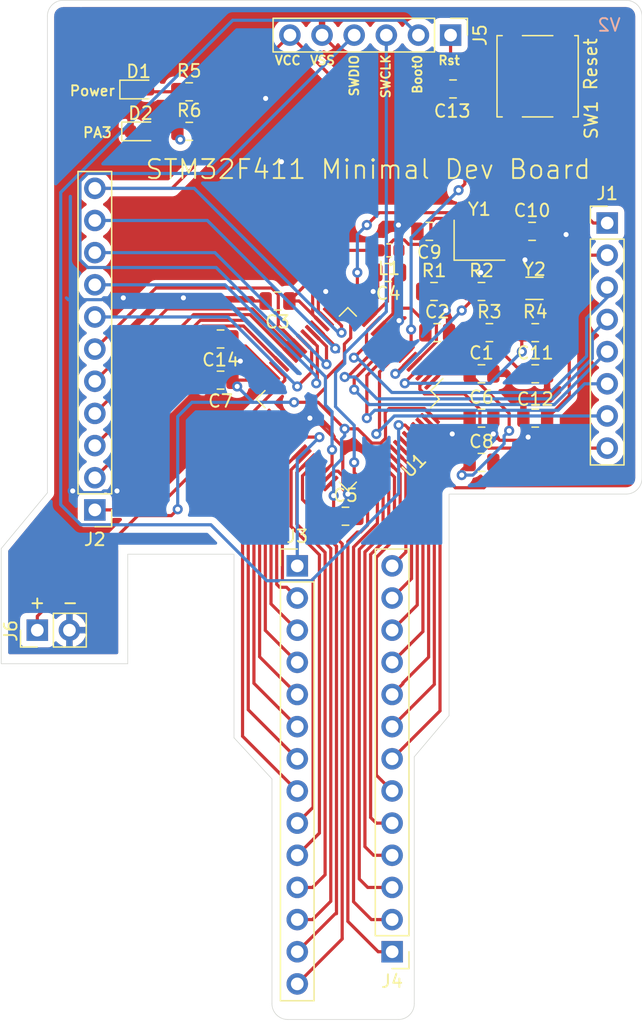
<source format=kicad_pcb>
(kicad_pcb (version 20171130) (host pcbnew 5.1.2)
  (layers (0 F.Cu signal) (31 B.Cu signal) (34 B.Paste user) (35 F.Paste user) (36 B.SilkS user) (37 F.SilkS user) (38 B.Mask user) (39 F.Mask user) (44 Edge.Cuts user))
  (net 0 "")
  (net 1 VCC)
  (net 2 VSS)
  (net 3 VDDA)
  (net 4 "Net-(C9-Pad1)")
  (net 5 "Net-(C10-Pad1)")
  (net 6 "Net-(C11-Pad1)")
  (net 7 "Net-(C12-Pad1)")
  (net 8 RST)
  (net 9 "Net-(C14-Pad1)")
  (net 10 PA2)
  (net 11 PA1)
  (net 12 PA0)
  (net 13 PC3)
  (net 14 PC2)
  (net 15 PC1)
  (net 16 PC0)
  (net 17 PC13)
  (net 18 PB10)
  (net 19 PB2)
  (net 20 PB1)
  (net 21 PB0)
  (net 22 PC5)
  (net 23 PC4)
  (net 24 PA7)
  (net 25 PA6)
  (net 26 PA5)
  (net 27 PA4)
  (net 28 PA3)
  (net 29 PB12)
  (net 30 PB13)
  (net 31 PB14)
  (net 32 PB15)
  (net 33 PC6)
  (net 34 PC7)
  (net 35 PC8)
  (net 36 PC9)
  (net 37 PA8)
  (net 38 PA9)
  (net 39 PA10)
  (net 40 PA11)
  (net 41 PA12)
  (net 42 PA13)
  (net 43 PA14)
  (net 44 PA15)
  (net 45 PC10)
  (net 46 PC11)
  (net 47 PC12)
  (net 48 PD2)
  (net 49 PB3)
  (net 50 PB4)
  (net 51 PB5)
  (net 52 PB6)
  (net 53 PB7)
  (net 54 PB8)
  (net 55 PB9)
  (net 56 Boot0)
  (net 57 "Net-(R1-Pad1)")
  (net 58 "Net-(R2-Pad1)")
  (net 59 "Net-(R3-Pad1)")
  (net 60 "Net-(R4-Pad1)")
  (net 61 "Net-(D1-Pad2)")
  (net 62 "Net-(D2-Pad2)")
  (module NFCBuisness:W (layer F.Cu) (at 116.75 82.5)
    (fp_text reference Ref** hide)
    (fp_text value Val** hide)
    (fp_poly (pts (xy -1.630587 -2.420899) (xy -1.447524 -2.328559) (xy -1.311592 -2.194757) (xy -1.304211 -2.183555) (xy -1.265704 -2.11344) (xy -1.244213 -2.038839) (xy -1.23774 -1.938094) (xy -1.244287 -1.789546) (xy -1.255088 -1.651) (xy -1.268682 -1.442824) (xy -1.279873 -1.184894) (xy -1.287394 -0.912114) (xy -1.289962 -0.690936) (xy -1.289221 -0.458958) (xy -1.284387 -0.294975) (xy -1.273305 -0.182336) (xy -1.25382 -0.10439) (xy -1.223775 -0.044488) (xy -1.202268 -0.013603) (xy -1.116398 0.071274) (xy -1.002822 0.111004) (xy -0.929984 0.119227) (xy -0.68211 0.100096) (xy -0.454281 0.00289) (xy -0.240656 -0.175182) (xy -0.185776 -0.236175) (xy -0.081108 -0.349759) (xy 0.009066 -0.431822) (xy 0.066141 -0.465547) (xy 0.068112 -0.465666) (xy 0.123755 -0.432548) (xy 0.197182 -0.348904) (xy 0.229505 -0.301607) (xy 0.376869 -0.110873) (xy 0.526913 0.003226) (xy 0.674284 0.03902) (xy 0.813631 -0.005163) (xy 0.907971 -0.089777) (xy 0.988653 -0.198585) (xy 1.058934 -0.326542) (xy 1.126082 -0.490779) (xy 1.197364 -0.708426) (xy 1.255985 -0.910166) (xy 1.31545 -1.12099) (xy 1.377683 -1.340443) (xy 1.431333 -1.528529) (xy 1.442246 -1.566558) (xy 1.521416 -1.84195) (xy 1.949565 -2.005418) (xy 2.167567 -2.084028) (xy 2.315998 -2.126297) (xy 2.401001 -2.133773) (xy 2.422145 -2.124455) (xy 2.452677 -2.065526) (xy 2.41974 -2.005855) (xy 2.317286 -1.940366) (xy 2.13927 -1.863979) (xy 2.089887 -1.8454) (xy 1.930263 -1.78316) (xy 1.799296 -1.726134) (xy 1.71927 -1.684217) (xy 1.708527 -1.676067) (xy 1.680315 -1.619963) (xy 1.636526 -1.498254) (xy 1.582553 -1.327363) (xy 1.52379 -1.123712) (xy 1.507251 -1.063196) (xy 1.396737 -0.68139) (xy 1.290651 -0.376432) (xy 1.184846 -0.140938) (xy 1.075173 0.032475) (xy 0.957485 0.15119) (xy 0.827635 0.222591) (xy 0.776069 0.238398) (xy 0.602379 0.241191) (xy 0.418574 0.174646) (xy 0.246259 0.047924) (xy 0.192569 -0.009056) (xy 0.041511 -0.185533) (xy -0.128458 -0.008645) (xy -0.312966 0.157866) (xy -0.496288 0.260737) (xy -0.709082 0.314778) (xy -0.823587 0.327186) (xy -0.981029 0.333485) (xy -1.090094 0.317957) (xy -1.185756 0.27362) (xy -1.227666 0.246552) (xy -1.355913 0.118677) (xy -1.447302 -0.068507) (xy -1.502345 -0.318683) (xy -1.521551 -0.635539) (xy -1.505431 -1.022758) (xy -1.460818 -1.436924) (xy -1.432055 -1.688127) (xy -1.424811 -1.871541) (xy -1.442863 -2.002167) (xy -1.489991 -2.095003) (xy -1.569973 -2.165049) (xy -1.656298 -2.212878) (xy -1.801342 -2.257899) (xy -1.939703 -2.239415) (xy -2.087459 -2.15265) (xy -2.203421 -2.05035) (xy -2.298884 -1.96489) (xy -2.361491 -1.934189) (xy -2.413708 -1.94891) (xy -2.426473 -1.957639) (xy -2.473927 -2.002339) (xy -2.467648 -2.051331) (xy -2.429475 -2.110518) (xy -2.32004 -2.223928) (xy -2.167499 -2.330713) (xy -2.002595 -2.413218) (xy -1.856072 -2.453788) (xy -1.829026 -2.455333) (xy -1.630587 -2.420899)) (layer F.Cu) (width 0.01))
  )
  (module Capacitor_SMD:C_0805_2012Metric (layer F.Cu) (at 146.5625 108.25)
    (fp_text reference C1 (at 0 -1.65) (layer F.SilkS))
    (fp_text value 100nF)
    (pad 1 smd roundrect (at -0.9375 0) (size 0.975 1.4) (layers F.Cu F.Paste F.Mask) (net 1 VCC))
    (pad 2 smd roundrect (at 0.9375 0) (size 0.975 1.4) (layers F.Cu F.Paste F.Mask) (net 2 VSS))
  )
  (module Capacitor_SMD:C_0805_2012Metric (layer F.Cu) (at 143.0625 105)
    (fp_text reference C2 (at 0 -1.65) (layer F.SilkS))
    (fp_text value 100nF)
    (pad 2 smd roundrect (at 0.9375 0) (size 0.975 1.4) (layers F.Cu F.Paste F.Mask) (net 2 VSS))
    (pad 1 smd roundrect (at -0.9375 0) (size 0.975 1.4) (layers F.Cu F.Paste F.Mask) (net 3 VDDA))
  )
  (module Capacitor_SMD:C_0805_2012Metric (layer F.Cu) (at 130.4375 102.5 180)
    (fp_text reference C3 (at 0 -1.65) (layer F.SilkS))
    (fp_text value 100nF)
    (pad 2 smd roundrect (at 0.9375 0 180) (size 0.975 1.4) (layers F.Cu F.Paste F.Mask) (net 2 VSS))
    (pad 1 smd roundrect (at -0.9375 0 180) (size 0.975 1.4) (layers F.Cu F.Paste F.Mask) (net 1 VCC))
  )
  (module Capacitor_SMD:C_0805_2012Metric (layer F.Cu) (at 139.1875 100.25 180)
    (fp_text reference C4 (at 0 -1.65) (layer F.SilkS))
    (fp_text value 1uF)
    (pad 1 smd roundrect (at -0.9375 0 180) (size 0.975 1.4) (layers F.Cu F.Paste F.Mask) (net 3 VDDA))
    (pad 2 smd roundrect (at 0.9375 0 180) (size 0.975 1.4) (layers F.Cu F.Paste F.Mask) (net 2 VSS))
  )
  (module Capacitor_SMD:C_0805_2012Metric (layer F.Cu) (at 135.8125 119.5)
    (fp_text reference C5 (at 0 -1.65) (layer F.SilkS))
    (fp_text value 100nF)
    (pad 1 smd roundrect (at -0.9375 0) (size 0.975 1.4) (layers F.Cu F.Paste F.Mask) (net 1 VCC))
    (pad 2 smd roundrect (at 0.9375 0) (size 0.975 1.4) (layers F.Cu F.Paste F.Mask) (net 2 VSS))
  )
  (module Capacitor_SMD:C_0805_2012Metric (layer F.Cu) (at 146.5625 111.75)
    (fp_text reference C6 (at 0 -1.65) (layer F.SilkS))
    (fp_text value 100nF)
    (pad 2 smd roundrect (at 0.9375 0) (size 0.975 1.4) (layers F.Cu F.Paste F.Mask) (net 2 VSS))
    (pad 1 smd roundrect (at -0.9375 0) (size 0.975 1.4) (layers F.Cu F.Paste F.Mask) (net 1 VCC))
  )
  (module Capacitor_SMD:C_0805_2012Metric (layer F.Cu) (at 125.9375 108.75 180)
    (fp_text reference C7 (at 0 -1.65) (layer F.SilkS))
    (fp_text value 100nF)
    (pad 1 smd roundrect (at -0.9375 0 180) (size 0.975 1.4) (layers F.Cu F.Paste F.Mask) (net 1 VCC))
    (pad 2 smd roundrect (at 0.9375 0 180) (size 0.975 1.4) (layers F.Cu F.Paste F.Mask) (net 2 VSS))
  )
  (module Capacitor_SMD:C_0805_2012Metric (layer F.Cu) (at 146.5625 115.25)
    (fp_text reference C8 (at 0 -1.65) (layer F.SilkS))
    (fp_text value 4.7uF)
    (pad 2 smd roundrect (at 0.9375 0) (size 0.975 1.4) (layers F.Cu F.Paste F.Mask) (net 2 VSS))
    (pad 1 smd roundrect (at -0.9375 0) (size 0.975 1.4) (layers F.Cu F.Paste F.Mask) (net 1 VCC))
  )
  (module Capacitor_SMD:C_0805_2012Metric (layer F.Cu) (at 142.4375 97 180)
    (fp_text reference C9 (at 0 -1.65) (layer F.SilkS))
    (fp_text value 20pF)
    (pad 1 smd roundrect (at -0.9375 0 180) (size 0.975 1.4) (layers F.Cu F.Paste F.Mask) (net 4 "Net-(C9-Pad1)"))
    (pad 2 smd roundrect (at 0.9375 0 180) (size 0.975 1.4) (layers F.Cu F.Paste F.Mask) (net 2 VSS))
  )
  (module Capacitor_SMD:C_0805_2012Metric (layer F.Cu) (at 150.5625 97)
    (fp_text reference C10 (at 0 -1.65) (layer F.SilkS))
    (fp_text value 20pF)
    (pad 2 smd roundrect (at 0.9375 0) (size 0.975 1.4) (layers F.Cu F.Paste F.Mask) (net 2 VSS))
    (pad 1 smd roundrect (at -0.9375 0) (size 0.975 1.4) (layers F.Cu F.Paste F.Mask) (net 5 "Net-(C10-Pad1)"))
  )
  (module Capacitor_SMD:C_0805_2012Metric (layer F.Cu) (at 150.8125 108.25)
    (fp_text reference C11 (at 0 -1.65) (layer F.SilkS))
    (fp_text value 1.5pF)
    (pad 1 smd roundrect (at -0.9375 0) (size 0.975 1.4) (layers F.Cu F.Paste F.Mask) (net 6 "Net-(C11-Pad1)"))
    (pad 2 smd roundrect (at 0.9375 0) (size 0.975 1.4) (layers F.Cu F.Paste F.Mask) (net 2 VSS))
  )
  (module Capacitor_SMD:C_0805_2012Metric (layer F.Cu) (at 150.8125 111.75 180)
    (fp_text reference C12 (at 0 1.5) (layer F.SilkS))
    (fp_text value 1.5pF)
    (pad 2 smd roundrect (at 0.9375 0 180) (size 0.975 1.4) (layers F.Cu F.Paste F.Mask) (net 2 VSS))
    (pad 1 smd roundrect (at -0.9375 0 180) (size 0.975 1.4) (layers F.Cu F.Paste F.Mask) (net 7 "Net-(C12-Pad1)"))
  )
  (module Capacitor_SMD:C_0805_2012Metric (layer F.Cu) (at 144.3125 85.75)
    (fp_text reference C13 (at -0.0625 1.75) (layer F.SilkS))
    (fp_text value 100nF)
    (pad 1 smd roundrect (at -0.9375 0) (size 0.975 1.4) (layers F.Cu F.Paste F.Mask) (net 2 VSS))
    (pad 2 smd roundrect (at 0.9375 0) (size 0.975 1.4) (layers F.Cu F.Paste F.Mask) (net 8 RST))
  )
  (module Capacitor_SMD:C_0805_2012Metric (layer F.Cu) (at 125.9375 105.5 180)
    (fp_text reference C14 (at 0 -1.65) (layer F.SilkS))
    (fp_text value 4.7uF)
    (pad 2 smd roundrect (at 0.9375 0 180) (size 0.975 1.4) (layers F.Cu F.Paste F.Mask) (net 2 VSS))
    (pad 1 smd roundrect (at -0.9375 0 180) (size 0.975 1.4) (layers F.Cu F.Paste F.Mask) (net 9 "Net-(C14-Pad1)"))
  )
  (module Connector_PinHeader_2.54mm:PinHeader_1x08_P2.54mm_Vertical (layer F.Cu) (at 156.5 96.34)
    (fp_text reference J1 (at 0 -2.33) (layer F.SilkS))
    (fp_text value One)
    (pad 1 thru_hole rect (at 0 0) (size 1.7 1.7) (drill 1) (layers *.Cu *.Mask) (net 10 PA2))
    (pad 2 thru_hole oval (at 0 2.54) (size 1.7 1.7) (drill 1) (layers *.Cu *.Mask) (net 11 PA1))
    (pad 3 thru_hole oval (at 0 5.08) (size 1.7 1.7) (drill 1) (layers *.Cu *.Mask) (net 12 PA0))
    (pad 4 thru_hole oval (at 0 7.62) (size 1.7 1.7) (drill 1) (layers *.Cu *.Mask) (net 13 PC3))
    (pad 5 thru_hole oval (at 0 10.16) (size 1.7 1.7) (drill 1) (layers *.Cu *.Mask) (net 14 PC2))
    (pad 6 thru_hole oval (at 0 12.7) (size 1.7 1.7) (drill 1) (layers *.Cu *.Mask) (net 15 PC1))
    (pad 7 thru_hole oval (at 0 15.24) (size 1.7 1.7) (drill 1) (layers *.Cu *.Mask) (net 16 PC0))
    (pad 8 thru_hole oval (at 0 17.78) (size 1.7 1.7) (drill 1) (layers *.Cu *.Mask) (net 17 PC13))
  )
  (module Connector_PinHeader_2.54mm:PinHeader_1x11_P2.54mm_Vertical (layer F.Cu) (at 116 119 180)
    (fp_text reference J2 (at 0 -2.33) (layer F.SilkS))
    (fp_text value Two)
    (pad 1 thru_hole rect (at 0 0 180) (size 1.7 1.7) (drill 1) (layers *.Cu *.Mask) (net 18 PB10))
    (pad 2 thru_hole oval (at 0 2.54 180) (size 1.7 1.7) (drill 1) (layers *.Cu *.Mask) (net 19 PB2))
    (pad 3 thru_hole oval (at 0 5.08 180) (size 1.7 1.7) (drill 1) (layers *.Cu *.Mask) (net 20 PB1))
    (pad 4 thru_hole oval (at 0 7.62 180) (size 1.7 1.7) (drill 1) (layers *.Cu *.Mask) (net 21 PB0))
    (pad 5 thru_hole oval (at 0 10.16 180) (size 1.7 1.7) (drill 1) (layers *.Cu *.Mask) (net 22 PC5))
    (pad 6 thru_hole oval (at 0 12.7 180) (size 1.7 1.7) (drill 1) (layers *.Cu *.Mask) (net 23 PC4))
    (pad 7 thru_hole oval (at 0 15.24 180) (size 1.7 1.7) (drill 1) (layers *.Cu *.Mask) (net 24 PA7))
    (pad 8 thru_hole oval (at 0 17.78 180) (size 1.7 1.7) (drill 1) (layers *.Cu *.Mask) (net 25 PA6))
    (pad 9 thru_hole oval (at 0 20.32 180) (size 1.7 1.7) (drill 1) (layers *.Cu *.Mask) (net 26 PA5))
    (pad 10 thru_hole oval (at 0 22.86 180) (size 1.7 1.7) (drill 1) (layers *.Cu *.Mask) (net 27 PA4))
    (pad 11 thru_hole oval (at 0 25.4 180) (size 1.7 1.7) (drill 1) (layers *.Cu *.Mask) (net 28 PA3))
  )
  (module Connector_PinHeader_2.54mm:PinHeader_1x14_P2.54mm_Vertical (layer F.Cu) (at 132 123.42)
    (fp_text reference J3 (at 0 -2.33) (layer F.SilkS))
    (fp_text value Three)
    (pad 1 thru_hole rect (at 0 0) (size 1.7 1.7) (drill 1) (layers *.Cu *.Mask) (net 36 PC9))
    (pad 2 thru_hole oval (at 0 2.54) (size 1.7 1.7) (drill 1) (layers *.Cu *.Mask) (net 35 PC8))
    (pad 3 thru_hole oval (at 0 5.08) (size 1.7 1.7) (drill 1) (layers *.Cu *.Mask) (net 34 PC7))
    (pad 4 thru_hole oval (at 0 7.62) (size 1.7 1.7) (drill 1) (layers *.Cu *.Mask) (net 33 PC6))
    (pad 5 thru_hole oval (at 0 10.16) (size 1.7 1.7) (drill 1) (layers *.Cu *.Mask) (net 32 PB15))
    (pad 6 thru_hole oval (at 0 12.7) (size 1.7 1.7) (drill 1) (layers *.Cu *.Mask) (net 31 PB14))
    (pad 7 thru_hole oval (at 0 15.24) (size 1.7 1.7) (drill 1) (layers *.Cu *.Mask) (net 30 PB13))
    (pad 8 thru_hole oval (at 0 17.78) (size 1.7 1.7) (drill 1) (layers *.Cu *.Mask) (net 29 PB12))
    (pad 9 thru_hole oval (at 0 20.32) (size 1.7 1.7) (drill 1) (layers *.Cu *.Mask) (net 37 PA8))
    (pad 10 thru_hole oval (at 0 22.86) (size 1.7 1.7) (drill 1) (layers *.Cu *.Mask) (net 38 PA9))
    (pad 11 thru_hole oval (at 0 25.4) (size 1.7 1.7) (drill 1) (layers *.Cu *.Mask) (net 39 PA10))
    (pad 12 thru_hole oval (at 0 27.94) (size 1.7 1.7) (drill 1) (layers *.Cu *.Mask) (net 40 PA11))
    (pad 13 thru_hole oval (at 0 30.48) (size 1.7 1.7) (drill 1) (layers *.Cu *.Mask) (net 41 PA12))
    (pad 14 thru_hole oval (at 0 33.02) (size 1.7 1.7) (drill 1) (layers *.Cu *.Mask) (net 42 PA13))
  )
  (module Connector_PinHeader_2.54mm:PinHeader_1x13_P2.54mm_Vertical (layer F.Cu) (at 139.5 153.9 180)
    (fp_text reference J4 (at 0 -2.33) (layer F.SilkS))
    (fp_text value Four)
    (pad 1 thru_hole rect (at 0 0 180) (size 1.7 1.7) (drill 1) (layers *.Cu *.Mask) (net 43 PA14))
    (pad 2 thru_hole oval (at 0 2.54 180) (size 1.7 1.7) (drill 1) (layers *.Cu *.Mask) (net 44 PA15))
    (pad 3 thru_hole oval (at 0 5.08 180) (size 1.7 1.7) (drill 1) (layers *.Cu *.Mask) (net 45 PC10))
    (pad 4 thru_hole oval (at 0 7.62 180) (size 1.7 1.7) (drill 1) (layers *.Cu *.Mask) (net 46 PC11))
    (pad 5 thru_hole oval (at 0 10.16 180) (size 1.7 1.7) (drill 1) (layers *.Cu *.Mask) (net 47 PC12))
    (pad 6 thru_hole oval (at 0 12.7 180) (size 1.7 1.7) (drill 1) (layers *.Cu *.Mask) (net 48 PD2))
    (pad 7 thru_hole oval (at 0 15.24 180) (size 1.7 1.7) (drill 1) (layers *.Cu *.Mask) (net 55 PB9))
    (pad 8 thru_hole oval (at 0 17.78 180) (size 1.7 1.7) (drill 1) (layers *.Cu *.Mask) (net 54 PB8))
    (pad 9 thru_hole oval (at 0 20.32 180) (size 1.7 1.7) (drill 1) (layers *.Cu *.Mask) (net 53 PB7))
    (pad 10 thru_hole oval (at 0 22.86 180) (size 1.7 1.7) (drill 1) (layers *.Cu *.Mask) (net 52 PB6))
    (pad 11 thru_hole oval (at 0 25.4 180) (size 1.7 1.7) (drill 1) (layers *.Cu *.Mask) (net 51 PB5))
    (pad 12 thru_hole oval (at 0 27.94 180) (size 1.7 1.7) (drill 1) (layers *.Cu *.Mask) (net 50 PB4))
    (pad 13 thru_hole oval (at 0 30.48 180) (size 1.7 1.7) (drill 1) (layers *.Cu *.Mask) (net 49 PB3))
  )
  (module Connector_PinHeader_2.54mm:PinHeader_1x06_P2.54mm_Vertical (layer F.Cu) (at 144.12 81.5 270)
    (fp_text reference J5 (at 0 -2.33 90) (layer F.SilkS))
    (fp_text value Prog)
    (pad 1 thru_hole rect (at 0 0 270) (size 1.7 1.7) (drill 1) (layers *.Cu *.Mask) (net 8 RST))
    (pad 2 thru_hole oval (at 0 2.54 270) (size 1.7 1.7) (drill 1) (layers *.Cu *.Mask) (net 56 Boot0))
    (pad 3 thru_hole oval (at 0 5.08 270) (size 1.7 1.7) (drill 1) (layers *.Cu *.Mask) (net 43 PA14))
    (pad 4 thru_hole oval (at 0 7.62 270) (size 1.7 1.7) (drill 1) (layers *.Cu *.Mask) (net 42 PA13))
    (pad 5 thru_hole oval (at 0 10.16 270) (size 1.7 1.7) (drill 1) (layers *.Cu *.Mask) (net 2 VSS))
    (pad 6 thru_hole oval (at 0 12.7 270) (size 1.7 1.7) (drill 1) (layers *.Cu *.Mask) (net 1 VCC))
  )
  (module Resistor_SMD:R_0805_2012Metric (layer F.Cu) (at 142.8125 101.75)
    (fp_text reference R1 (at 0 -1.65) (layer F.SilkS))
    (fp_text value 0)
    (pad 2 smd roundrect (at 0.9375 0) (size 0.975 1.4) (layers F.Cu F.Paste F.Mask) (net 4 "Net-(C9-Pad1)"))
    (pad 1 smd roundrect (at -0.9375 0) (size 0.975 1.4) (layers F.Cu F.Paste F.Mask) (net 57 "Net-(R1-Pad1)"))
  )
  (module Resistor_SMD:R_0805_2012Metric (layer F.Cu) (at 146.5625 101.75)
    (fp_text reference R2 (at 0 -1.65) (layer F.SilkS))
    (fp_text value 0)
    (pad 1 smd roundrect (at -0.9375 0) (size 0.975 1.4) (layers F.Cu F.Paste F.Mask) (net 58 "Net-(R2-Pad1)"))
    (pad 2 smd roundrect (at 0.9375 0) (size 0.975 1.4) (layers F.Cu F.Paste F.Mask) (net 5 "Net-(C10-Pad1)"))
  )
  (module Resistor_SMD:R_0805_2012Metric (layer F.Cu) (at 147.1875 105)
    (fp_text reference R3 (at 0 -1.65) (layer F.SilkS))
    (fp_text value 0)
    (pad 1 smd roundrect (at -0.9375 0) (size 0.975 1.4) (layers F.Cu F.Paste F.Mask) (net 59 "Net-(R3-Pad1)"))
    (pad 2 smd roundrect (at 0.9375 0) (size 0.975 1.4) (layers F.Cu F.Paste F.Mask) (net 6 "Net-(C11-Pad1)"))
  )
  (module Resistor_SMD:R_0805_2012Metric (layer F.Cu) (at 150.8125 105)
    (fp_text reference R4 (at 0 -1.65) (layer F.SilkS))
    (fp_text value 0)
    (pad 2 smd roundrect (at 0.9375 0) (size 0.975 1.4) (layers F.Cu F.Paste F.Mask) (net 7 "Net-(C12-Pad1)"))
    (pad 1 smd roundrect (at -0.9375 0) (size 0.975 1.4) (layers F.Cu F.Paste F.Mask) (net 60 "Net-(R4-Pad1)"))
  )
  (module Button_Switch_SMD:SW_Push_1P1T_NO_CK_KSC7xxJ (layer F.Cu) (at 151 84.75 90)
    (fp_text reference SW1 (at -3.45 4.24 90) (layer F.SilkS))
    (fp_text value SW_DIP_x01)
    (pad 1 smd rect (at -2.9 -2 90) (size 2.8 1) (layers F.Cu F.Paste F.Mask) (net 2 VSS))
    (pad 1 smd rect (at 2.9 -2 90) (size 2.8 1) (layers F.Cu F.Paste F.Mask) (net 2 VSS))
    (pad 2 smd rect (at -2.9 2 90) (size 2.8 1) (layers F.Cu F.Paste F.Mask) (net 8 RST))
    (pad 2 smd rect (at 2.9 2 90) (size 2.8 1) (layers F.Cu F.Paste F.Mask) (net 8 RST))
  )
  (module Package_QFP:LQFP-64_10x10mm_P0.5mm (layer F.Cu) (at 136 110.25 225)
    (fp_text reference U1 (at 0 -7.4 45) (layer F.SilkS))
    (fp_text value STM32F411RETx)
    (pad 1 smd roundrect (at -5.675 -3.75 225) (size 1.55 0.3) (layers F.Cu F.Paste F.Mask) (net 1 VCC))
    (pad 2 smd roundrect (at -5.675 -3.25 225) (size 1.55 0.3) (layers F.Cu F.Paste F.Mask) (net 17 PC13))
    (pad 3 smd roundrect (at -5.675 -2.75 225) (size 1.55 0.3) (layers F.Cu F.Paste F.Mask) (net 59 "Net-(R3-Pad1)"))
    (pad 4 smd roundrect (at -5.675 -2.25 225) (size 1.55 0.3) (layers F.Cu F.Paste F.Mask) (net 60 "Net-(R4-Pad1)"))
    (pad 5 smd roundrect (at -5.675 -1.75 225) (size 1.55 0.3) (layers F.Cu F.Paste F.Mask) (net 57 "Net-(R1-Pad1)"))
    (pad 6 smd roundrect (at -5.675 -1.25 225) (size 1.55 0.3) (layers F.Cu F.Paste F.Mask) (net 58 "Net-(R2-Pad1)"))
    (pad 7 smd roundrect (at -5.675 -0.75 225) (size 1.55 0.3) (layers F.Cu F.Paste F.Mask) (net 8 RST))
    (pad 8 smd roundrect (at -5.675 -0.25 225) (size 1.55 0.3) (layers F.Cu F.Paste F.Mask) (net 16 PC0))
    (pad 9 smd roundrect (at -5.675 0.25 225) (size 1.55 0.3) (layers F.Cu F.Paste F.Mask) (net 15 PC1))
    (pad 10 smd roundrect (at -5.675 0.75 225) (size 1.55 0.3) (layers F.Cu F.Paste F.Mask) (net 14 PC2))
    (pad 11 smd roundrect (at -5.675 1.25 225) (size 1.55 0.3) (layers F.Cu F.Paste F.Mask) (net 13 PC3))
    (pad 12 smd roundrect (at -5.675 1.75 225) (size 1.55 0.3) (layers F.Cu F.Paste F.Mask) (net 2 VSS))
    (pad 13 smd roundrect (at -5.675 2.25 225) (size 1.55 0.3) (layers F.Cu F.Paste F.Mask) (net 3 VDDA))
    (pad 14 smd roundrect (at -5.675 2.75 225) (size 1.55 0.3) (layers F.Cu F.Paste F.Mask) (net 12 PA0))
    (pad 15 smd roundrect (at -5.675 3.25 225) (size 1.55 0.3) (layers F.Cu F.Paste F.Mask) (net 11 PA1))
    (pad 16 smd roundrect (at -5.675 3.75 225) (size 1.55 0.3) (layers F.Cu F.Paste F.Mask) (net 10 PA2))
    (pad 17 smd roundrect (at -3.75 5.675 225) (size 0.3 1.55) (layers F.Cu F.Paste F.Mask) (net 28 PA3))
    (pad 18 smd roundrect (at -3.25 5.675 225) (size 0.3 1.55) (layers F.Cu F.Paste F.Mask) (net 2 VSS))
    (pad 19 smd roundrect (at -2.75 5.675 225) (size 0.3 1.55) (layers F.Cu F.Paste F.Mask) (net 1 VCC))
    (pad 20 smd roundrect (at -2.25 5.675 225) (size 0.3 1.55) (layers F.Cu F.Paste F.Mask) (net 27 PA4))
    (pad 21 smd roundrect (at -1.75 5.675 225) (size 0.3 1.55) (layers F.Cu F.Paste F.Mask) (net 26 PA5))
    (pad 22 smd roundrect (at -1.25 5.675 225) (size 0.3 1.55) (layers F.Cu F.Paste F.Mask) (net 25 PA6))
    (pad 23 smd roundrect (at -0.75 5.675 225) (size 0.3 1.55) (layers F.Cu F.Paste F.Mask) (net 24 PA7))
    (pad 24 smd roundrect (at -0.25 5.675 225) (size 0.3 1.55) (layers F.Cu F.Paste F.Mask) (net 23 PC4))
    (pad 25 smd roundrect (at 0.25 5.675 225) (size 0.3 1.55) (layers F.Cu F.Paste F.Mask) (net 22 PC5))
    (pad 26 smd roundrect (at 0.75 5.675 225) (size 0.3 1.55) (layers F.Cu F.Paste F.Mask) (net 21 PB0))
    (pad 27 smd roundrect (at 1.25 5.675 225) (size 0.3 1.55) (layers F.Cu F.Paste F.Mask) (net 20 PB1))
    (pad 28 smd roundrect (at 1.75 5.675 225) (size 0.3 1.55) (layers F.Cu F.Paste F.Mask) (net 19 PB2))
    (pad 29 smd roundrect (at 2.25 5.675 225) (size 0.3 1.55) (layers F.Cu F.Paste F.Mask) (net 18 PB10))
    (pad 30 smd roundrect (at 2.75 5.675 225) (size 0.3 1.55) (layers F.Cu F.Paste F.Mask) (net 9 "Net-(C14-Pad1)"))
    (pad 31 smd roundrect (at 3.25 5.675 225) (size 0.3 1.55) (layers F.Cu F.Paste F.Mask) (net 2 VSS))
    (pad 32 smd roundrect (at 3.75 5.675 225) (size 0.3 1.55) (layers F.Cu F.Paste F.Mask) (net 1 VCC))
    (pad 33 smd roundrect (at 5.675 3.75 225) (size 1.55 0.3) (layers F.Cu F.Paste F.Mask) (net 29 PB12))
    (pad 34 smd roundrect (at 5.675 3.25 225) (size 1.55 0.3) (layers F.Cu F.Paste F.Mask) (net 30 PB13))
    (pad 35 smd roundrect (at 5.675 2.75 225) (size 1.55 0.3) (layers F.Cu F.Paste F.Mask) (net 31 PB14))
    (pad 36 smd roundrect (at 5.675 2.25 225) (size 1.55 0.3) (layers F.Cu F.Paste F.Mask) (net 32 PB15))
    (pad 37 smd roundrect (at 5.675 1.75 225) (size 1.55 0.3) (layers F.Cu F.Paste F.Mask) (net 33 PC6))
    (pad 38 smd roundrect (at 5.675 1.25 225) (size 1.55 0.3) (layers F.Cu F.Paste F.Mask) (net 34 PC7))
    (pad 39 smd roundrect (at 5.675 0.75 225) (size 1.55 0.3) (layers F.Cu F.Paste F.Mask) (net 35 PC8))
    (pad 40 smd roundrect (at 5.675 0.25 225) (size 1.55 0.3) (layers F.Cu F.Paste F.Mask) (net 36 PC9))
    (pad 41 smd roundrect (at 5.675 -0.25 225) (size 1.55 0.3) (layers F.Cu F.Paste F.Mask) (net 37 PA8))
    (pad 42 smd roundrect (at 5.675 -0.75 225) (size 1.55 0.3) (layers F.Cu F.Paste F.Mask) (net 38 PA9))
    (pad 43 smd roundrect (at 5.675 -1.25 225) (size 1.55 0.3) (layers F.Cu F.Paste F.Mask) (net 39 PA10))
    (pad 44 smd roundrect (at 5.675 -1.75 225) (size 1.55 0.3) (layers F.Cu F.Paste F.Mask) (net 40 PA11))
    (pad 45 smd roundrect (at 5.675 -2.25 225) (size 1.55 0.3) (layers F.Cu F.Paste F.Mask) (net 41 PA12))
    (pad 46 smd roundrect (at 5.675 -2.75 225) (size 1.55 0.3) (layers F.Cu F.Paste F.Mask) (net 42 PA13))
    (pad 47 smd roundrect (at 5.675 -3.25 225) (size 1.55 0.3) (layers F.Cu F.Paste F.Mask) (net 2 VSS))
    (pad 48 smd roundrect (at 5.675 -3.75 225) (size 1.55 0.3) (layers F.Cu F.Paste F.Mask) (net 1 VCC))
    (pad 49 smd roundrect (at 3.75 -5.675 225) (size 0.3 1.55) (layers F.Cu F.Paste F.Mask) (net 43 PA14))
    (pad 50 smd roundrect (at 3.25 -5.675 225) (size 0.3 1.55) (layers F.Cu F.Paste F.Mask) (net 44 PA15))
    (pad 51 smd roundrect (at 2.75 -5.675 225) (size 0.3 1.55) (layers F.Cu F.Paste F.Mask) (net 45 PC10))
    (pad 52 smd roundrect (at 2.25 -5.675 225) (size 0.3 1.55) (layers F.Cu F.Paste F.Mask) (net 46 PC11))
    (pad 53 smd roundrect (at 1.75 -5.675 225) (size 0.3 1.55) (layers F.Cu F.Paste F.Mask) (net 47 PC12))
    (pad 54 smd roundrect (at 1.25 -5.675 225) (size 0.3 1.55) (layers F.Cu F.Paste F.Mask) (net 48 PD2))
    (pad 55 smd roundrect (at 0.75 -5.675 225) (size 0.3 1.55) (layers F.Cu F.Paste F.Mask) (net 49 PB3))
    (pad 56 smd roundrect (at 0.25 -5.675 225) (size 0.3 1.55) (layers F.Cu F.Paste F.Mask) (net 50 PB4))
    (pad 57 smd roundrect (at -0.25 -5.675 225) (size 0.3 1.55) (layers F.Cu F.Paste F.Mask) (net 51 PB5))
    (pad 58 smd roundrect (at -0.75 -5.675 225) (size 0.3 1.55) (layers F.Cu F.Paste F.Mask) (net 52 PB6))
    (pad 59 smd roundrect (at -1.25 -5.675 225) (size 0.3 1.55) (layers F.Cu F.Paste F.Mask) (net 53 PB7))
    (pad 60 smd roundrect (at -1.75 -5.675 225) (size 0.3 1.55) (layers F.Cu F.Paste F.Mask) (net 56 Boot0))
    (pad 61 smd roundrect (at -2.25 -5.675 225) (size 0.3 1.55) (layers F.Cu F.Paste F.Mask) (net 54 PB8))
    (pad 62 smd roundrect (at -2.75 -5.675 225) (size 0.3 1.55) (layers F.Cu F.Paste F.Mask) (net 55 PB9))
    (pad 63 smd roundrect (at -3.25 -5.675 225) (size 0.3 1.55) (layers F.Cu F.Paste F.Mask) (net 2 VSS))
    (pad 64 smd roundrect (at -3.75 -5.675 225) (size 0.3 1.55) (layers F.Cu F.Paste F.Mask) (net 1 VCC))
  )
  (module Crystal:Crystal_SMD_SeikoEpson_TSX3225-4Pin_3.2x2.5mm (layer F.Cu) (at 146.4 97.7)
    (fp_text reference Y1 (at 0 -2.45) (layer F.SilkS))
    (fp_text value Crystal_GND24)
    (pad 1 smd rect (at -1.1 0.8) (size 1.4 1.15) (layers F.Cu F.Paste F.Mask) (net 4 "Net-(C9-Pad1)"))
    (pad 2 smd rect (at 1.1 0.8) (size 1.4 1.15) (layers F.Cu F.Paste F.Mask) (net 2 VSS))
    (pad 3 smd rect (at 1.1 -0.8) (size 1.4 1.15) (layers F.Cu F.Paste F.Mask) (net 5 "Net-(C10-Pad1)"))
    (pad 4 smd rect (at -1.1 -0.8) (size 1.4 1.15) (layers F.Cu F.Paste F.Mask) (net 2 VSS))
  )
  (module Crystal:Crystal_SMD_3215-2Pin_3.2x1.5mm (layer F.Cu) (at 150.75 101.5 180)
    (fp_text reference Y2 (at 0 1.5) (layer F.SilkS))
    (fp_text value 32.768kHz)
    (pad 1 smd rect (at 1.25 0 180) (size 1 1.8) (layers F.Cu F.Paste F.Mask) (net 6 "Net-(C11-Pad1)"))
    (pad 2 smd rect (at -1.25 0 180) (size 1 1.8) (layers F.Cu F.Paste F.Mask) (net 7 "Net-(C12-Pad1)"))
  )
  (module Inductor_SMD:L_0603_1608Metric (layer F.Cu) (at 139.25 98.5 180)
    (fp_text reference L1 (at 0 -1.43) (layer F.SilkS))
    (fp_text value L_Small)
    (pad 1 smd roundrect (at -0.7875 0 180) (size 0.875 0.95) (layers F.Cu F.Paste F.Mask) (net 3 VDDA))
    (pad 2 smd roundrect (at 0.7875 0 180) (size 0.875 0.95) (layers F.Cu F.Paste F.Mask) (net 1 VCC))
  )
  (module LED_SMD:LED_0603_1608Metric (layer F.Cu) (at 119.4625 85.795001)
    (fp_text reference D1 (at 0 -1.43) (layer F.SilkS))
    (fp_text value LED)
    (pad 1 smd roundrect (at -0.7875 0) (size 0.875 0.95) (layers F.Cu F.Paste F.Mask) (net 2 VSS))
    (pad 2 smd roundrect (at 0.7875 0) (size 0.875 0.95) (layers F.Cu F.Paste F.Mask) (net 61 "Net-(D1-Pad2)"))
  )
  (module Resistor_SMD:R_0805_2012Metric (layer F.Cu) (at 123.455001 85.975001)
    (fp_text reference R5 (at 0 -1.65) (layer F.SilkS))
    (fp_text value 330Ohm)
    (pad 1 smd roundrect (at -0.9375 0) (size 0.975 1.4) (layers F.Cu F.Paste F.Mask) (net 61 "Net-(D1-Pad2)"))
    (pad 2 smd roundrect (at 0.9375 0) (size 0.975 1.4) (layers F.Cu F.Paste F.Mask) (net 1 VCC))
  )
  (module LED_SMD:LED_0603_1608Metric (layer F.Cu) (at 119.6125 89.1)
    (fp_text reference D2 (at 0 -1.43) (layer F.SilkS))
    (fp_text value LED)
    (pad 1 smd roundrect (at -0.7875 0) (size 0.875 0.95) (layers F.Cu F.Paste F.Mask) (net 2 VSS))
    (pad 2 smd roundrect (at 0.7875 0) (size 0.875 0.95) (layers F.Cu F.Paste F.Mask) (net 62 "Net-(D2-Pad2)"))
  )
  (module Resistor_SMD:R_0805_2012Metric (layer F.Cu) (at 123.4625 89.1)
    (fp_text reference R6 (at 0 -1.65) (layer F.SilkS))
    (fp_text value 330Ohm)
    (pad 1 smd roundrect (at -0.9375 0) (size 0.975 1.4) (layers F.Cu F.Paste F.Mask) (net 62 "Net-(D2-Pad2)"))
    (pad 2 smd roundrect (at 0.9375 0) (size 0.975 1.4) (layers F.Cu F.Paste F.Mask) (net 28 PA3))
  )
  (module Connector_PinHeader_2.54mm:PinHeader_1x02_P2.54mm_Vertical (layer F.Cu) (at 111.45 128.5 90)
    (fp_text reference J6 (at -0.05 -2.1 90) (layer F.SilkS))
    (fp_text value BreadboardPwr)
    (pad 1 thru_hole rect (at 0 0 90) (size 1.7 1.7) (drill 1) (layers *.Cu *.Mask) (net 1 VCC))
    (pad 2 thru_hole oval (at 0 2.54 90) (size 1.7 1.7) (drill 1) (layers *.Cu *.Mask) (net 2 VSS))
  )
  (gr_text V2 (at 156.65 80.7) (layer B.SilkS) (effects (font (size 1 1)) (justify mirror)))
  (gr_text + (at 111.45 126.3) (layer F.SilkS) (effects (font (size 1 1))))
  (gr_text - (at 114.05 126.3) (layer F.SilkS) (effects (font (size 1 1))))
  (gr_line (start 108.6 122.05) (end 112.25 117.65) (layer Edge.Cuts) (width 0.05))
  (gr_line (start 108.6 131.15) (end 108.6 122.05) (layer Edge.Cuts) (width 0.05))
  (gr_line (start 118.6 131.15) (end 108.6 131.15) (layer Edge.Cuts) (width 0.05))
  (gr_line (start 118.6 122.5) (end 118.6 131.15) (layer Edge.Cuts) (width 0.05))
  (gr_text Reset (at 155.2 83.8 90) (layer F.SilkS) (effects (font (size 1 1))))
  (gr_text PA3 (at 116.2 89.2) (layer F.SilkS) (effects (font (size 0.8 0.8))))
  (gr_text "Power\n" (at 115.8 85.9) (layer F.SilkS) (effects (font (size 0.8 0.8))))
  (gr_text Rst (at 144 83.5) (layer F.SilkS) (effects (font (size 0.7 0.7))))
  (gr_text Boot0 (at 141.5 84.6 90) (layer F.SilkS) (effects (font (size 0.7 0.7))))
  (gr_text SWCLK (at 139 84.75 90) (layer F.SilkS) (effects (font (size 0.7 0.7))))
  (gr_text SWDIO (at 136.5 84.7 90) (layer F.SilkS) (effects (font (size 0.7 0.7))))
  (gr_text VSS (at 134 83.5) (layer F.SilkS) (effects (font (size 0.7 0.7))))
  (gr_text VCC (at 131.25 83.5) (layer F.SilkS) (effects (font (size 0.7 0.7))))
  (gr_text "STM32F411 Minimal Dev Board" (at 137.6 92.1) (layer F.SilkS) (effects (font (size 1.5 1.5))))
  (gr_arc (start 131.25 158) (end 130 158) (angle -90) (layer Edge.Cuts) (width 0.05))
  (gr_arc (start 140 158) (end 140 159.25) (angle -90) (layer Edge.Cuts) (width 0.05))
  (gr_arc (start 158 116.5) (end 158 117.75) (angle -90) (layer Edge.Cuts) (width 0.05))
  (gr_arc (start 158 80) (end 159.25 80) (angle -90) (layer Edge.Cuts) (width 0.05))
  (gr_arc (start 113.5 80) (end 113.5 78.75) (angle -90) (layer Edge.Cuts) (width 0.05))
  (gr_line (start 112.25 117.65) (end 112.25 80) (layer Edge.Cuts) (width 0.05))
  (gr_line (start 127 122.5) (end 118.6 122.5) (layer Edge.Cuts) (width 0.05))
  (gr_line (start 127 137) (end 127 122.5) (layer Edge.Cuts) (width 0.05))
  (gr_line (start 130 140.25) (end 127 137) (layer Edge.Cuts) (width 0.05))
  (gr_line (start 130 158) (end 130 140.25) (layer Edge.Cuts) (width 0.05))
  (gr_line (start 140 159.25) (end 131.25 159.25) (layer Edge.Cuts) (width 0.05))
  (gr_line (start 141.25 138.5) (end 141.25 158) (layer Edge.Cuts) (width 0.05))
  (gr_line (start 144 135.25) (end 141.25 138.5) (layer Edge.Cuts) (width 0.05))
  (gr_line (start 144 117.75) (end 144 135.25) (layer Edge.Cuts) (width 0.05))
  (gr_line (start 158 117.75) (end 144 117.75) (layer Edge.Cuts) (width 0.05))
  (gr_line (start 159.25 80) (end 159.25 116.5) (layer Edge.Cuts) (width 0.05))
  (gr_line (start 113.5 78.75) (end 158 78.75) (layer Edge.Cuts) (width 0.05))
  (segment (start 134.875 117.150662) (end 134.815595 117.091257) (width 0.25) (layer F.Cu) (net 1))
  (segment (start 134.815595 117.091257) (end 134.638819 116.914481) (width 0.25) (layer F.Cu) (net 1))
  (segment (start 134.875 119.5) (end 134.875 117.875) (width 0.25) (layer F.Cu) (net 1))
  (segment (start 132.139088 102.5) (end 133.931713 104.292625) (width 0.25) (layer F.Cu) (net 1))
  (segment (start 131.375 102.5) (end 132.139088 102.5) (width 0.25) (layer F.Cu) (net 1))
  (segment (start 129.1967 108.75) (end 129.335519 108.888819) (width 0.25) (layer F.Cu) (net 1))
  (segment (start 126.875 108.75) (end 129.1967 108.75) (width 0.25) (layer F.Cu) (net 1))
  (segment (start 142.8033 111.75) (end 142.664481 111.611181) (width 0.25) (layer F.Cu) (net 1))
  (segment (start 145.625 111.75) (end 142.8033 111.75) (width 0.25) (layer F.Cu) (net 1))
  (segment (start 143.3033 108.25) (end 142.664481 108.888819) (width 0.25) (layer F.Cu) (net 1))
  (segment (start 145.625 108.25) (end 143.3033 108.25) (width 0.25) (layer F.Cu) (net 1))
  (segment (start 145.625 115.25) (end 145.625 111.75) (width 0.25) (layer F.Cu) (net 1))
  (segment (start 135.375 98.5) (end 131.375 102.5) (width 0.25) (layer F.Cu) (net 1))
  (segment (start 138.4625 98.5) (end 135.375 98.5) (width 0.25) (layer F.Cu) (net 1))
  (segment (start 135.375 85.455) (end 131.42 81.5) (width 0.25) (layer F.Cu) (net 1))
  (segment (start 135.375 98.5) (end 135.375 85.455) (width 0.25) (layer F.Cu) (net 1))
  (segment (start 126.944999 85.975001) (end 124.392501 85.975001) (width 0.25) (layer F.Cu) (net 1))
  (segment (start 131.42 81.5) (end 126.944999 85.975001) (width 0.25) (layer F.Cu) (net 1))
  (via (at 131.75 110.5) (size 0.8) (drill 0.4) (layers F.Cu B.Cu) (net 1))
  (segment (start 133.073002 110.5) (end 131.75 110.5) (width 0.25) (layer F.Cu) (net 1))
  (segment (start 134.225001 109.348001) (end 133.073002 110.5) (width 0.25) (layer F.Cu) (net 1))
  (segment (start 134.225001 108.651999) (end 134.225001 109.348001) (width 0.25) (layer F.Cu) (net 1))
  (segment (start 135.725001 107.151999) (end 134.225001 108.651999) (width 0.25) (layer F.Cu) (net 1))
  (segment (start 135.725001 105.901999) (end 135.725001 107.151999) (width 0.25) (layer F.Cu) (net 1))
  (segment (start 133.216539 103.577451) (end 133.216539 101.710459) (width 0.25) (layer F.Cu) (net 1))
  (segment (start 133.216539 101.710459) (end 133.901999 101.024999) (width 0.25) (layer F.Cu) (net 1))
  (segment (start 133.931713 104.292625) (end 133.216539 103.577451) (width 0.25) (layer F.Cu) (net 1))
  (segment (start 134.598001 101.024999) (end 136.225001 102.651999) (width 0.25) (layer F.Cu) (net 1))
  (segment (start 133.901999 101.024999) (end 134.598001 101.024999) (width 0.25) (layer F.Cu) (net 1))
  (segment (start 136.225001 105.401999) (end 135.725001 105.901999) (width 0.25) (layer F.Cu) (net 1))
  (segment (start 136.225001 102.651999) (end 136.225001 105.401999) (width 0.25) (layer F.Cu) (net 1))
  (via (at 127.25 109.25) (size 0.8) (drill 0.4) (layers F.Cu B.Cu) (net 1))
  (segment (start 131.75 110.5) (end 128.5 110.5) (width 0.25) (layer B.Cu) (net 1))
  (segment (start 128.5 110.5) (end 127.25 109.25) (width 0.25) (layer B.Cu) (net 1))
  (segment (start 134.875 117.875) (end 134.875 117.150662) (width 0.25) (layer F.Cu) (net 1))
  (via (at 134.875 117.875) (size 0.8) (drill 0.4) (layers F.Cu B.Cu) (net 1))
  (segment (start 134.875 115.625) (end 134.875 117.875) (width 0.25) (layer B.Cu) (net 1))
  (segment (start 135.5 115) (end 134.875 115.625) (width 0.25) (layer B.Cu) (net 1))
  (via (at 148.75 112.75) (size 0.8) (drill 0.4) (layers F.Cu B.Cu) (net 1))
  (segment (start 145.625 108.25) (end 148.75 111.375) (width 0.25) (layer F.Cu) (net 1))
  (segment (start 145 115.875) (end 145.625 115.25) (width 0.25) (layer F.Cu) (net 1))
  (segment (start 148.75 111.375) (end 148.75 112.75) (width 0.25) (layer F.Cu) (net 1))
  (segment (start 148.350001 113.149999) (end 148.350001 113.774999) (width 0.25) (layer B.Cu) (net 1))
  (segment (start 148.75 112.75) (end 148.350001 113.149999) (width 0.25) (layer B.Cu) (net 1))
  (segment (start 138.95001 111.29999) (end 139.257537 110.992463) (width 0.25) (layer F.Cu) (net 1))
  (segment (start 142.045763 110.992463) (end 142.664481 111.611181) (width 0.25) (layer F.Cu) (net 1))
  (segment (start 139.257537 110.992463) (end 142.045763 110.992463) (width 0.25) (layer F.Cu) (net 1))
  (segment (start 138.598001 113.725001) (end 138.975001 113.348001) (width 0.25) (layer F.Cu) (net 1))
  (segment (start 138.975001 113.348001) (end 138.975001 111.975001) (width 0.25) (layer F.Cu) (net 1))
  (segment (start 138.975001 111.975001) (end 138.95001 111.95001) (width 0.25) (layer F.Cu) (net 1))
  (segment (start 138.95001 111.95001) (end 138.95001 111.29999) (width 0.25) (layer F.Cu) (net 1))
  (segment (start 145 115.875) (end 145 116.25) (width 0.25) (layer F.Cu) (net 1))
  (via (at 145 116.25) (size 0.8) (drill 0.4) (layers F.Cu B.Cu) (net 1))
  (segment (start 145.875 116.25) (end 148.350001 113.774999) (width 0.25) (layer B.Cu) (net 1))
  (segment (start 145 116.25) (end 145.875 116.25) (width 0.25) (layer B.Cu) (net 1))
  (via (at 135.747652 112.59596) (size 0.8) (drill 0.4) (layers F.Cu B.Cu) (net 1))
  (segment (start 133.073002 110.5) (end 133.651692 110.5) (width 0.25) (layer F.Cu) (net 1))
  (segment (start 133.651692 110.5) (end 135.747652 112.59596) (width 0.25) (layer F.Cu) (net 1))
  (segment (start 135.747652 113.161645) (end 135.5 113.409297) (width 0.25) (layer B.Cu) (net 1))
  (segment (start 135.5 113.409297) (end 135.5 115) (width 0.25) (layer B.Cu) (net 1))
  (segment (start 135.747652 112.59596) (end 135.747652 113.161645) (width 0.25) (layer B.Cu) (net 1))
  (segment (start 137.901999 113.725001) (end 138.598001 113.725001) (width 0.25) (layer F.Cu) (net 1))
  (segment (start 136.772958 112.59596) (end 137.901999 113.725001) (width 0.25) (layer F.Cu) (net 1))
  (segment (start 135.747652 112.59596) (end 136.772958 112.59596) (width 0.25) (layer F.Cu) (net 1))
  (via (at 122.55 118.95) (size 0.8) (drill 0.4) (layers F.Cu B.Cu) (net 1))
  (segment (start 122.55 111.626998) (end 122.55 118.95) (width 0.25) (layer B.Cu) (net 1))
  (segment (start 128.5 110.5) (end 123.676998 110.5) (width 0.25) (layer B.Cu) (net 1))
  (segment (start 123.676998 110.5) (end 122.55 111.626998) (width 0.25) (layer B.Cu) (net 1))
  (segment (start 119.39999 119.45001) (end 111.45 127.4) (width 0.25) (layer F.Cu) (net 1))
  (segment (start 111.45 127.4) (end 111.45 128.5) (width 0.25) (layer F.Cu) (net 1))
  (segment (start 122.04999 119.45001) (end 119.39999 119.45001) (width 0.25) (layer F.Cu) (net 1))
  (segment (start 122.55 118.95) (end 122.04999 119.45001) (width 0.25) (layer F.Cu) (net 1))
  (via (at 136 117.75) (size 0.8) (drill 0.4) (layers F.Cu B.Cu) (net 2))
  (segment (start 136 117.184315) (end 136 117.75) (width 0.25) (layer F.Cu) (net 2))
  (segment (start 136 116.72001) (end 136 117.184315) (width 0.25) (layer F.Cu) (net 2))
  (segment (start 135.2222 115.94221) (end 136 116.72001) (width 0.25) (layer F.Cu) (net 2))
  (segment (start 134.903984 115.94221) (end 135.2222 115.94221) (width 0.25) (layer F.Cu) (net 2))
  (segment (start 134.285266 116.560928) (end 134.903984 115.94221) (width 0.25) (layer F.Cu) (net 2))
  (via (at 146.5 100.25) (size 0.8) (drill 0.4) (layers F.Cu B.Cu) (net 2))
  (via (at 150 99.25) (size 0.8) (drill 0.4) (layers F.Cu B.Cu) (net 2))
  (via (at 153.25 97.25) (size 0.8) (drill 0.4) (layers F.Cu B.Cu) (net 2))
  (segment (start 147.239998 98.5) (end 147.5 98.5) (width 0.25) (layer F.Cu) (net 2))
  (segment (start 145.639998 96.9) (end 147.239998 98.5) (width 0.25) (layer F.Cu) (net 2))
  (segment (start 145.3 96.9) (end 145.639998 96.9) (width 0.25) (layer F.Cu) (net 2))
  (via (at 140 96.5) (size 0.8) (drill 0.4) (layers F.Cu B.Cu) (net 2))
  (segment (start 141 96.5) (end 141.5 97) (width 0.25) (layer F.Cu) (net 2))
  (segment (start 140 96.5) (end 141 96.5) (width 0.25) (layer F.Cu) (net 2))
  (via (at 143.75 103.25) (size 0.8) (drill 0.4) (layers F.Cu B.Cu) (net 2))
  (via (at 138 101.75) (size 0.8) (drill 0.4) (layers F.Cu B.Cu) (net 2))
  (via (at 140.046663 104.046663) (size 0.8) (drill 0.4) (layers F.Cu B.Cu) (net 2))
  (segment (start 138.775394 104.999732) (end 139.728463 104.046663) (width 0.25) (layer F.Cu) (net 2))
  (segment (start 139.728463 104.046663) (end 140.046663 104.046663) (width 0.25) (layer F.Cu) (net 2))
  (via (at 130.75 91.5) (size 0.8) (drill 0.4) (layers F.Cu B.Cu) (net 2))
  (via (at 123 102.25) (size 0.8) (drill 0.4) (layers F.Cu B.Cu) (net 2))
  (segment (start 129.5 102.5) (end 123.25 102.5) (width 0.25) (layer F.Cu) (net 2))
  (segment (start 123.25 102.5) (end 123 102.25) (width 0.25) (layer F.Cu) (net 2))
  (segment (start 116.564001 102.395001) (end 113.895001 102.395001) (width 0.25) (layer B.Cu) (net 2))
  (segment (start 123 102.25) (end 118.25 102.25) (width 0.25) (layer B.Cu) (net 2))
  (segment (start 116.709002 102.25) (end 116.564001 102.395001) (width 0.25) (layer B.Cu) (net 2))
  (segment (start 113.895001 102.395001) (end 113.75 102.25) (width 0.25) (layer B.Cu) (net 2))
  (via (at 134.25 101.75) (size 0.8) (drill 0.4) (layers F.Cu B.Cu) (net 2))
  (segment (start 133.666548 102.333452) (end 134.25 101.75) (width 0.25) (layer F.Cu) (net 2))
  (segment (start 134.285266 103.939072) (end 133.666548 103.320354) (width 0.25) (layer F.Cu) (net 2))
  (segment (start 133.666548 103.320354) (end 133.666548 102.333452) (width 0.25) (layer F.Cu) (net 2))
  (segment (start 129.689072 108.499928) (end 129.689072 108.535266) (width 0.25) (layer F.Cu) (net 2))
  (segment (start 127.714154 106.52501) (end 129.689072 108.499928) (width 0.25) (layer F.Cu) (net 2))
  (segment (start 125 105.5) (end 126.02501 106.52501) (width 0.25) (layer F.Cu) (net 2))
  (segment (start 126.02501 106.52501) (end 127.714154 106.52501) (width 0.25) (layer F.Cu) (net 2))
  (via (at 147.5 113) (size 0.8) (drill 0.4) (layers F.Cu B.Cu) (net 2))
  (via (at 150.25 113.25) (size 0.8) (drill 0.4) (layers F.Cu B.Cu) (net 2))
  (segment (start 149.434315 113.5) (end 149.684315 113.25) (width 0.25) (layer F.Cu) (net 2))
  (segment (start 149.684315 113.25) (end 150.25 113.25) (width 0.25) (layer F.Cu) (net 2))
  (segment (start 148 113.5) (end 149.434315 113.5) (width 0.25) (layer F.Cu) (net 2))
  (segment (start 147.5 113) (end 148 113.5) (width 0.25) (layer F.Cu) (net 2))
  (via (at 127.5 107.25) (size 0.8) (drill 0.4) (layers F.Cu B.Cu) (net 2))
  (via (at 144.25 113) (size 0.8) (drill 0.4) (layers F.Cu B.Cu) (net 2))
  (segment (start 143.346194 113) (end 144.25 113) (width 0.25) (layer F.Cu) (net 2))
  (segment (start 142.310928 111.964734) (end 143.346194 113) (width 0.25) (layer F.Cu) (net 2))
  (segment (start 118.25 102.25) (end 116.709002 102.25) (width 0.25) (layer B.Cu) (net 2))
  (via (at 118.25 102.25) (size 0.8) (drill 0.4) (layers F.Cu B.Cu) (net 2))
  (via (at 129.5 86.5) (size 0.8) (drill 0.4) (layers F.Cu B.Cu) (net 2))
  (via (at 122.75 89.75) (size 0.8) (drill 0.4) (layers F.Cu B.Cu) (net 62))
  (segment (start 138.21 85.75) (end 143.375 85.75) (width 0.25) (layer F.Cu) (net 2))
  (segment (start 133.96 81.5) (end 138.21 85.75) (width 0.25) (layer F.Cu) (net 2))
  (via (at 114.25 117.5) (size 0.8) (drill 0.4) (layers F.Cu B.Cu) (net 2))
  (via (at 117.75 117.5) (size 0.8) (drill 0.4) (layers F.Cu B.Cu) (net 2))
  (segment (start 114.815685 117.5) (end 114.25 117.5) (width 0.25) (layer B.Cu) (net 2))
  (segment (start 114.950686 117.635001) (end 114.815685 117.5) (width 0.25) (layer B.Cu) (net 2))
  (segment (start 116.564001 117.635001) (end 114.950686 117.635001) (width 0.25) (layer B.Cu) (net 2))
  (segment (start 116.699002 117.5) (end 116.564001 117.635001) (width 0.25) (layer B.Cu) (net 2))
  (segment (start 117.75 117.5) (end 116.699002 117.5) (width 0.25) (layer B.Cu) (net 2))
  (segment (start 143.850001 113.399999) (end 143.850001 116.600001) (width 0.25) (layer F.Cu) (net 2))
  (segment (start 144.25 113) (end 143.850001 113.399999) (width 0.25) (layer F.Cu) (net 2))
  (segment (start 143.850001 116.600001) (end 144.5 117.25) (width 0.25) (layer F.Cu) (net 2))
  (segment (start 144.5 117.25) (end 146.75 117.25) (width 0.25) (layer F.Cu) (net 2))
  (segment (start 146.75 117.25) (end 147.5 116.5) (width 0.25) (layer F.Cu) (net 2))
  (segment (start 147.5 116.5) (end 147.5 115.25) (width 0.25) (layer F.Cu) (net 2))
  (via (at 133 111.75) (size 0.8) (drill 0.4) (layers F.Cu B.Cu) (net 2))
  (segment (start 133.323002 111.75) (end 133 111.75) (width 0.25) (layer F.Cu) (net 2))
  (segment (start 135.600001 114.026999) (end 133.323002 111.75) (width 0.25) (layer F.Cu) (net 2))
  (segment (start 136 117.75) (end 135.600001 117.350001) (width 0.25) (layer F.Cu) (net 2))
  (segment (start 135.600001 117.350001) (end 135.600001 114.026999) (width 0.25) (layer F.Cu) (net 2))
  (segment (start 139.040559 104.027461) (end 138.421841 104.646179) (width 0.25) (layer F.Cu) (net 3))
  (segment (start 139.568763 103.499257) (end 139.040559 104.027461) (width 0.25) (layer F.Cu) (net 3))
  (segment (start 140.125 100.25) (end 139.568763 100.806237) (width 0.25) (layer F.Cu) (net 3))
  (segment (start 140.125 98.125) (end 140.125 99.375) (width 0.25) (layer F.Cu) (net 3))
  (segment (start 140.125 100.25) (end 140.125 99.375) (width 0.25) (layer F.Cu) (net 3))
  (segment (start 140.993763 103.068763) (end 139.568763 103.068763) (width 0.25) (layer F.Cu) (net 3))
  (segment (start 142.125 104.2) (end 140.993763 103.068763) (width 0.25) (layer F.Cu) (net 3))
  (segment (start 142.125 105) (end 142.125 104.2) (width 0.25) (layer F.Cu) (net 3))
  (segment (start 139.568763 100.806237) (end 139.568763 103.068763) (width 0.25) (layer F.Cu) (net 3))
  (segment (start 139.568763 103.068763) (end 139.568763 103.499257) (width 0.25) (layer F.Cu) (net 3))
  (segment (start 145.175 98.5) (end 145.3 98.5) (width 0.25) (layer F.Cu) (net 4))
  (segment (start 143.75 99.925) (end 145.175 98.5) (width 0.25) (layer F.Cu) (net 4))
  (segment (start 143.75 101.75) (end 143.75 99.925) (width 0.25) (layer F.Cu) (net 4))
  (segment (start 143.375 97.525) (end 143.375 97) (width 0.25) (layer F.Cu) (net 4))
  (segment (start 144.35 98.5) (end 143.375 97.525) (width 0.25) (layer F.Cu) (net 4))
  (segment (start 145.3 98.5) (end 144.35 98.5) (width 0.25) (layer F.Cu) (net 4))
  (segment (start 148.45 96.9) (end 147.5 96.9) (width 0.25) (layer F.Cu) (net 5))
  (segment (start 148.525001 96.975001) (end 148.45 96.9) (width 0.25) (layer F.Cu) (net 5))
  (segment (start 147.5 101.75) (end 148.525001 100.724999) (width 0.25) (layer F.Cu) (net 5))
  (segment (start 149 97) (end 149.625 97) (width 0.25) (layer F.Cu) (net 5))
  (segment (start 148.525001 97.474999) (end 149 97) (width 0.25) (layer F.Cu) (net 5))
  (segment (start 148.525001 97.474999) (end 148.525001 96.975001) (width 0.25) (layer F.Cu) (net 5))
  (segment (start 148.525001 100.724999) (end 148.525001 97.474999) (width 0.25) (layer F.Cu) (net 5))
  (segment (start 149.5 101.5) (end 149.5 103) (width 0.25) (layer F.Cu) (net 6))
  (segment (start 148.125 106.5) (end 148.125 105) (width 0.25) (layer F.Cu) (net 6))
  (segment (start 149.875 108.25) (end 148.125 106.5) (width 0.25) (layer F.Cu) (net 6))
  (segment (start 148.681237 103.818763) (end 149.5 103) (width 0.25) (layer F.Cu) (net 6))
  (segment (start 148.681237 104.443763) (end 148.681237 103.818763) (width 0.25) (layer F.Cu) (net 6))
  (segment (start 148.125 105) (end 148.681237 104.443763) (width 0.25) (layer F.Cu) (net 6))
  (segment (start 151.806237 105.556237) (end 151.25 105) (width 0.25) (layer F.Cu) (net 7))
  (segment (start 152 104.25) (end 152 101.5) (width 0.25) (layer F.Cu) (net 7))
  (segment (start 151.25 105) (end 152 104.25) (width 0.25) (layer F.Cu) (net 7))
  (segment (start 151.75 111.75) (end 153.5 110) (width 0.25) (layer F.Cu) (net 7))
  (segment (start 153.5 106.75) (end 151.75 105) (width 0.25) (layer F.Cu) (net 7))
  (segment (start 153.5 110) (end 153.5 106.75) (width 0.25) (layer F.Cu) (net 7))
  (segment (start 145.8375 85.75) (end 145.25 85.75) (width 0.25) (layer F.Cu) (net 8))
  (segment (start 148.35 85.75) (end 145.8375 85.75) (width 0.25) (layer F.Cu) (net 8))
  (segment (start 152.25 81.85) (end 148.35 85.75) (width 0.25) (layer F.Cu) (net 8))
  (segment (start 153 81.85) (end 152.25 81.85) (width 0.25) (layer F.Cu) (net 8))
  (segment (start 144.12 84.62) (end 144.12 81.5) (width 0.25) (layer F.Cu) (net 8))
  (segment (start 145.25 85.75) (end 144.12 84.62) (width 0.25) (layer F.Cu) (net 8))
  (via (at 144.75 93.75) (size 0.8) (drill 0.4) (layers F.Cu B.Cu) (net 8))
  (segment (start 145.25 85.75) (end 145.25 93.25) (width 0.25) (layer F.Cu) (net 8))
  (segment (start 145.25 93.25) (end 144.75 93.75) (width 0.25) (layer F.Cu) (net 8))
  (via (at 141 104.75) (size 0.8) (drill 0.4) (layers F.Cu B.Cu) (net 8))
  (segment (start 144.75 93.75) (end 141 97.5) (width 0.25) (layer B.Cu) (net 8))
  (segment (start 141 97.5) (end 141 104.75) (width 0.25) (layer B.Cu) (net 8))
  (segment (start 141.161879 106.148781) (end 140.543161 106.767499) (width 0.25) (layer F.Cu) (net 8))
  (segment (start 141.161879 105.830565) (end 141.161879 106.148781) (width 0.25) (layer F.Cu) (net 8))
  (segment (start 141 104.75) (end 141 105.668686) (width 0.25) (layer F.Cu) (net 8))
  (segment (start 141 105.668686) (end 141.161879 105.830565) (width 0.25) (layer F.Cu) (net 8))
  (segment (start 153 87.65) (end 153 81.85) (width 0.25) (layer F.Cu) (net 8))
  (segment (start 129.423907 107.562995) (end 130.042625 108.181713) (width 0.25) (layer F.Cu) (net 9))
  (segment (start 127.917149 106.056237) (end 129.423907 107.562995) (width 0.25) (layer F.Cu) (net 9))
  (segment (start 127.431237 106.056237) (end 127.917149 106.056237) (width 0.25) (layer F.Cu) (net 9))
  (segment (start 126.875 105.5) (end 127.431237 106.056237) (width 0.25) (layer F.Cu) (net 9))
  (via (at 137.5 96.5) (size 0.8) (drill 0.4) (layers F.Cu B.Cu) (net 10))
  (segment (start 138.47502 95.52498) (end 137.5 96.5) (width 0.25) (layer F.Cu) (net 10))
  (segment (start 154.58498 95.52498) (end 138.47502 95.52498) (width 0.25) (layer F.Cu) (net 10))
  (segment (start 156.5 96.34) (end 155.4 96.34) (width 0.25) (layer F.Cu) (net 10))
  (segment (start 155.4 96.34) (end 154.58498 95.52498) (width 0.25) (layer F.Cu) (net 10))
  (via (at 136.75 100.25) (size 0.8) (drill 0.4) (layers F.Cu B.Cu) (net 10))
  (segment (start 137.5 96.5) (end 136.75 97.25) (width 0.25) (layer B.Cu) (net 10))
  (segment (start 136.75 97.25) (end 136.75 100.25) (width 0.25) (layer B.Cu) (net 10))
  (segment (start 136.75 102.974338) (end 137.361181 103.585519) (width 0.25) (layer F.Cu) (net 10))
  (segment (start 136.75 100.25) (end 136.75 102.974338) (width 0.25) (layer F.Cu) (net 10))
  (segment (start 155.297919 98.88) (end 156.5 98.88) (width 0.25) (layer F.Cu) (net 11))
  (segment (start 151.62567 98.88) (end 155.297919 98.88) (width 0.25) (layer F.Cu) (net 11))
  (segment (start 150.43751 96.30816) (end 150.43751 97.69184) (width 0.25) (layer F.Cu) (net 11))
  (segment (start 150.10434 95.97499) (end 150.43751 96.30816) (width 0.25) (layer F.Cu) (net 11))
  (segment (start 142.56249 97.69184) (end 142.56249 96.30816) (width 0.25) (layer F.Cu) (net 11))
  (segment (start 150.43751 97.69184) (end 151.62567 98.88) (width 0.25) (layer F.Cu) (net 11))
  (segment (start 142.22932 98.02501) (end 142.56249 97.69184) (width 0.25) (layer F.Cu) (net 11))
  (segment (start 140.806504 98.02501) (end 142.22932 98.02501) (width 0.25) (layer F.Cu) (net 11))
  (segment (start 140.456484 97.67499) (end 140.806504 98.02501) (width 0.25) (layer F.Cu) (net 11))
  (segment (start 142.56249 96.30816) (end 142.89566 95.97499) (width 0.25) (layer F.Cu) (net 11))
  (segment (start 139.618516 97.67499) (end 140.456484 97.67499) (width 0.25) (layer F.Cu) (net 11))
  (segment (start 139.27499 98.018516) (end 139.618516 97.67499) (width 0.25) (layer F.Cu) (net 11))
  (segment (start 142.89566 95.97499) (end 150.10434 95.97499) (width 0.25) (layer F.Cu) (net 11))
  (segment (start 139.27499 98.981484) (end 139.27499 98.018516) (width 0.25) (layer F.Cu) (net 11))
  (segment (start 139.118753 99.137721) (end 139.27499 98.981484) (width 0.25) (layer F.Cu) (net 11))
  (segment (start 139.118753 102.535053) (end 139.118753 99.137721) (width 0.25) (layer F.Cu) (net 11))
  (segment (start 137.714734 103.939072) (end 139.118753 102.535053) (width 0.25) (layer F.Cu) (net 11))
  (segment (start 154.874989 103.846009) (end 154.874989 106.852191) (width 0.25) (layer B.Cu) (net 12))
  (segment (start 156.5 101.42) (end 156.5 102.220998) (width 0.25) (layer B.Cu) (net 12))
  (segment (start 156.5 102.220998) (end 154.874989 103.846009) (width 0.25) (layer B.Cu) (net 12))
  (segment (start 154.874989 106.852191) (end 151.98859 109.73859) (width 0.25) (layer B.Cu) (net 12))
  (segment (start 151.975001 109.725001) (end 139.475001 109.725001) (width 0.25) (layer B.Cu) (net 12))
  (segment (start 151.98859 109.73859) (end 151.975001 109.725001) (width 0.25) (layer B.Cu) (net 12))
  (via (at 136.478464 106.978464) (size 0.8) (drill 0.4) (layers F.Cu B.Cu) (net 12))
  (segment (start 139.475001 109.725001) (end 136.728464 106.978464) (width 0.25) (layer B.Cu) (net 12))
  (segment (start 136.728464 106.978464) (end 136.478464 106.978464) (width 0.25) (layer B.Cu) (net 12))
  (segment (start 137.473823 105.983105) (end 137.473823 104.922429) (width 0.25) (layer F.Cu) (net 12))
  (segment (start 136.478464 106.978464) (end 137.473823 105.983105) (width 0.25) (layer F.Cu) (net 12))
  (segment (start 137.473823 104.922429) (end 137.948126 104.448126) (width 0.25) (layer F.Cu) (net 12))
  (via (at 135.75 108.5) (size 0.8) (drill 0.4) (layers F.Cu B.Cu) (net 13))
  (segment (start 139.128948 105.353286) (end 135.982234 108.5) (width 0.25) (layer F.Cu) (net 13))
  (segment (start 135.982234 108.5) (end 135.75 108.5) (width 0.25) (layer F.Cu) (net 13))
  (segment (start 155.650001 104.809999) (end 156.5 103.96) (width 0.25) (layer B.Cu) (net 13))
  (segment (start 136.573002 108.5) (end 138.302972 110.22997) (width 0.25) (layer B.Cu) (net 13))
  (segment (start 138.302972 110.22997) (end 152.13362 110.22997) (width 0.25) (layer B.Cu) (net 13))
  (segment (start 152.13362 110.22997) (end 155.324999 107.038591) (width 0.25) (layer B.Cu) (net 13))
  (segment (start 155.324999 107.038591) (end 155.324999 105.135001) (width 0.25) (layer B.Cu) (net 13))
  (segment (start 135.75 108.5) (end 136.573002 108.5) (width 0.25) (layer B.Cu) (net 13))
  (segment (start 155.324999 105.135001) (end 155.650001 104.809999) (width 0.25) (layer B.Cu) (net 13))
  (via (at 136.5 109.5) (size 0.8) (drill 0.4) (layers F.Cu B.Cu) (net 14))
  (segment (start 139.482501 105.706839) (end 136.5 108.68934) (width 0.25) (layer F.Cu) (net 14))
  (segment (start 136.5 108.68934) (end 136.5 109.5) (width 0.25) (layer F.Cu) (net 14))
  (segment (start 156.5 106.5) (end 152.32002 110.67998) (width 0.25) (layer B.Cu) (net 14))
  (segment (start 137.67998 110.67998) (end 136.5 109.5) (width 0.25) (layer B.Cu) (net 14))
  (segment (start 152.32002 110.67998) (end 137.67998 110.67998) (width 0.25) (layer B.Cu) (net 14))
  (via (at 137.5 111.75) (size 0.8) (drill 0.4) (layers F.Cu B.Cu) (net 15))
  (segment (start 139.396446 106.5) (end 139.431786 106.5) (width 0.25) (layer F.Cu) (net 15))
  (segment (start 137.5 111.75) (end 137.5 108.396446) (width 0.25) (layer F.Cu) (net 15))
  (segment (start 137.5 108.396446) (end 139.396446 106.5) (width 0.25) (layer F.Cu) (net 15))
  (segment (start 139.5 106.431786) (end 139.5 106.396446) (width 0.25) (layer F.Cu) (net 15))
  (segment (start 139.5 106.396446) (end 139.836054 106.060392) (width 0.25) (layer F.Cu) (net 15))
  (segment (start 139.431786 106.5) (end 139.5 106.431786) (width 0.25) (layer F.Cu) (net 15))
  (segment (start 138.12001 111.12999) (end 152.62001 111.12999) (width 0.25) (layer B.Cu) (net 15))
  (segment (start 137.5 111.75) (end 138.12001 111.12999) (width 0.25) (layer B.Cu) (net 15))
  (segment (start 154.71 109.04) (end 156.5 109.04) (width 0.25) (layer B.Cu) (net 15))
  (segment (start 152.62001 111.12999) (end 154.71 109.04) (width 0.25) (layer B.Cu) (net 15))
  (via (at 138.25 113) (size 0.8) (drill 0.4) (layers F.Cu B.Cu) (net 16))
  (segment (start 138.5 112.75) (end 138.25 113) (width 0.25) (layer F.Cu) (net 16))
  (segment (start 140.189608 106.413946) (end 138.5 108.103554) (width 0.25) (layer F.Cu) (net 16))
  (segment (start 138.5 108.103554) (end 138.5 112.75) (width 0.25) (layer F.Cu) (net 16))
  (segment (start 139.67 111.58) (end 156.5 111.58) (width 0.25) (layer B.Cu) (net 16))
  (segment (start 138.25 113) (end 139.67 111.58) (width 0.25) (layer B.Cu) (net 16))
  (segment (start 141.69221 109.4722) (end 141.69221 109.153984) (width 0.25) (layer F.Cu) (net 17))
  (segment (start 142.056847 109.836837) (end 141.69221 109.4722) (width 0.25) (layer F.Cu) (net 17))
  (segment (start 145.216187 109.836837) (end 142.056847 109.836837) (width 0.25) (layer F.Cu) (net 17))
  (segment (start 146.43751 111.05816) (end 145.216187 109.836837) (width 0.25) (layer F.Cu) (net 17))
  (segment (start 146.43751 113.43186) (end 146.43751 111.05816) (width 0.25) (layer F.Cu) (net 17))
  (segment (start 147.12565 114.12) (end 146.43751 113.43186) (width 0.25) (layer F.Cu) (net 17))
  (segment (start 141.69221 109.153984) (end 142.310928 108.535266) (width 0.25) (layer F.Cu) (net 17))
  (segment (start 156.5 114.12) (end 147.12565 114.12) (width 0.25) (layer F.Cu) (net 17))
  (segment (start 131.014897 108.446877) (end 130.396179 107.828159) (width 0.25) (layer F.Cu) (net 18))
  (segment (start 120.77999 119) (end 131.014897 108.765093) (width 0.25) (layer F.Cu) (net 18))
  (segment (start 131.014897 108.765093) (end 131.014897 108.446877) (width 0.25) (layer F.Cu) (net 18))
  (segment (start 116 119) (end 120.77999 119) (width 0.25) (layer F.Cu) (net 18))
  (segment (start 127.750116 104.47499) (end 130.131014 106.855888) (width 0.25) (layer F.Cu) (net 19))
  (segment (start 124.52066 104.47499) (end 127.750116 104.47499) (width 0.25) (layer F.Cu) (net 19))
  (segment (start 130.131014 106.855888) (end 130.749732 107.474606) (width 0.25) (layer F.Cu) (net 19))
  (segment (start 124.18749 104.80816) (end 124.52066 104.47499) (width 0.25) (layer F.Cu) (net 19))
  (segment (start 124.18749 108.27251) (end 124.18749 104.80816) (width 0.25) (layer F.Cu) (net 19))
  (segment (start 116 116.46) (end 124.18749 108.27251) (width 0.25) (layer F.Cu) (net 19))
  (segment (start 128.007214 104.02498) (end 131.103286 107.121052) (width 0.25) (layer F.Cu) (net 20))
  (segment (start 124.33426 104.02498) (end 128.007214 104.02498) (width 0.25) (layer F.Cu) (net 20))
  (segment (start 123.737481 104.621759) (end 124.33426 104.02498) (width 0.25) (layer F.Cu) (net 20))
  (segment (start 116 113.92) (end 123.737481 106.182519) (width 0.25) (layer F.Cu) (net 20))
  (segment (start 123.737481 106.182519) (end 123.737481 104.621759) (width 0.25) (layer F.Cu) (net 20))
  (segment (start 130.838121 106.148781) (end 131.456839 106.767499) (width 0.25) (layer F.Cu) (net 21))
  (segment (start 128.264311 103.574971) (end 130.838121 106.148781) (width 0.25) (layer F.Cu) (net 21))
  (segment (start 123.805029 103.574971) (end 128.264311 103.574971) (width 0.25) (layer F.Cu) (net 21))
  (segment (start 116 111.38) (end 123.805029 103.574971) (width 0.25) (layer F.Cu) (net 21))
  (segment (start 116 108.84) (end 121.715039 103.124961) (width 0.25) (layer F.Cu) (net 22))
  (segment (start 121.715039 103.124961) (end 128.450711 103.124961) (width 0.25) (layer F.Cu) (net 22))
  (segment (start 131.120978 105.795228) (end 130.537875 105.212125) (width 0.25) (layer F.Cu) (net 22))
  (segment (start 131.191674 105.795228) (end 131.120978 105.795228) (width 0.25) (layer F.Cu) (net 22))
  (segment (start 128.450711 103.124961) (end 130.537875 105.212125) (width 0.25) (layer F.Cu) (net 22))
  (segment (start 131.810392 106.413946) (end 131.191674 105.795228) (width 0.25) (layer F.Cu) (net 22))
  (segment (start 130.537875 105.212125) (end 131.162875 105.837125) (width 0.25) (layer F.Cu) (net 22))
  (segment (start 130.5 104.396446) (end 132.163946 106.060392) (width 0.25) (layer F.Cu) (net 23))
  (segment (start 130.5 101.99565) (end 130.5 104.396446) (width 0.25) (layer F.Cu) (net 23))
  (segment (start 129.97934 101.47499) (end 130.5 101.99565) (width 0.25) (layer F.Cu) (net 23))
  (segment (start 116 106.3) (end 120.82501 101.47499) (width 0.25) (layer F.Cu) (net 23))
  (segment (start 120.82501 101.47499) (end 129.97934 101.47499) (width 0.25) (layer F.Cu) (net 23))
  (via (at 132 109.25) (size 0.8) (drill 0.4) (layers F.Cu B.Cu) (net 24))
  (segment (start 133.136217 108.113783) (end 132 109.25) (width 0.25) (layer F.Cu) (net 24))
  (segment (start 132.517499 105.706839) (end 133.136217 106.325557) (width 0.25) (layer F.Cu) (net 24))
  (segment (start 133.136217 106.325557) (end 133.136217 108.113783) (width 0.25) (layer F.Cu) (net 24))
  (segment (start 126.51 103.76) (end 116 103.76) (width 0.25) (layer B.Cu) (net 24))
  (segment (start 132 109.25) (end 126.51 103.76) (width 0.25) (layer B.Cu) (net 24))
  (via (at 133.5 109) (size 0.8) (drill 0.4) (layers F.Cu B.Cu) (net 25))
  (segment (start 133.586226 108.913774) (end 133.5 109) (width 0.25) (layer F.Cu) (net 25))
  (segment (start 132.871052 105.353286) (end 133.586226 106.06846) (width 0.25) (layer F.Cu) (net 25))
  (segment (start 133.586226 106.06846) (end 133.586226 108.913774) (width 0.25) (layer F.Cu) (net 25))
  (segment (start 117.202081 101.22) (end 116 101.22) (width 0.25) (layer B.Cu) (net 25))
  (segment (start 126.285685 101.22) (end 117.202081 101.22) (width 0.25) (layer B.Cu) (net 25))
  (segment (start 133.5 108.434315) (end 126.285685 101.22) (width 0.25) (layer B.Cu) (net 25))
  (segment (start 133.5 109) (end 133.5 108.434315) (width 0.25) (layer B.Cu) (net 25))
  (via (at 134.311226 107.5) (size 0.8) (drill 0.4) (layers F.Cu B.Cu) (net 26))
  (segment (start 133.224606 104.999732) (end 134.311226 106.086352) (width 0.25) (layer F.Cu) (net 26))
  (segment (start 134.311226 106.086352) (end 134.311226 107.5) (width 0.25) (layer F.Cu) (net 26))
  (segment (start 125.491226 98.68) (end 116 98.68) (width 0.25) (layer B.Cu) (net 26))
  (segment (start 134.311226 107.5) (end 125.491226 98.68) (width 0.25) (layer B.Cu) (net 26))
  (via (at 135 106.25) (size 0.8) (drill 0.4) (layers F.Cu B.Cu) (net 27))
  (segment (start 133.578159 104.646179) (end 135.25 106.31802) (width 0.25) (layer F.Cu) (net 27))
  (segment (start 135.25 106.31802) (end 135.25 106.5) (width 0.25) (layer F.Cu) (net 27))
  (segment (start 124.89 96.14) (end 116 96.14) (width 0.25) (layer B.Cu) (net 27))
  (segment (start 135.25 106.5) (end 124.89 96.14) (width 0.25) (layer B.Cu) (net 27))
  (via (at 135.5 105) (size 0.8) (drill 0.4) (layers F.Cu B.Cu) (net 28))
  (segment (start 134.638819 103.585519) (end 135.5 104.4467) (width 0.25) (layer F.Cu) (net 28))
  (segment (start 135.5 104.4467) (end 135.5 105.25) (width 0.25) (layer F.Cu) (net 28))
  (segment (start 123.85 93.6) (end 116 93.6) (width 0.25) (layer B.Cu) (net 28))
  (segment (start 135.5 105.25) (end 123.85 93.6) (width 0.25) (layer B.Cu) (net 28))
  (segment (start 116 93.6) (end 122.1 93.6) (width 0.25) (layer F.Cu) (net 28))
  (segment (start 122.1 93.6) (end 124.4 91.3) (width 0.25) (layer F.Cu) (net 28))
  (segment (start 124.4 91.3) (end 124.4 89.1) (width 0.25) (layer F.Cu) (net 28))
  (segment (start 127.674933 113.271767) (end 129.335519 111.611181) (width 0.25) (layer F.Cu) (net 29))
  (segment (start 132 141.2) (end 127.674933 136.874933) (width 0.25) (layer F.Cu) (net 29))
  (segment (start 127.674933 136.874933) (end 127.674933 113.271767) (width 0.25) (layer F.Cu) (net 29))
  (segment (start 131.150001 137.810001) (end 132 138.66) (width 0.25) (layer F.Cu) (net 30))
  (segment (start 128.124942 113.528864) (end 128.124942 134.784942) (width 0.25) (layer F.Cu) (net 30))
  (segment (start 128.124942 134.784942) (end 131.150001 137.810001) (width 0.25) (layer F.Cu) (net 30))
  (segment (start 129.689072 111.964734) (end 128.124942 113.528864) (width 0.25) (layer F.Cu) (net 30))
  (segment (start 130.007287 112.318287) (end 130.042625 112.318287) (width 0.25) (layer F.Cu) (net 31))
  (segment (start 128.574952 113.750622) (end 130.007287 112.318287) (width 0.25) (layer F.Cu) (net 31))
  (segment (start 132 136.12) (end 128.574952 132.694952) (width 0.25) (layer F.Cu) (net 31))
  (segment (start 128.574952 132.694952) (end 128.574952 113.750622) (width 0.25) (layer F.Cu) (net 31))
  (segment (start 131.150001 132.730001) (end 132 133.58) (width 0.25) (layer F.Cu) (net 32))
  (segment (start 129.024961 130.604961) (end 131.150001 132.730001) (width 0.25) (layer F.Cu) (net 32))
  (segment (start 129.024961 114.043059) (end 129.024961 130.604961) (width 0.25) (layer F.Cu) (net 32))
  (segment (start 130.396179 112.671841) (end 129.024961 114.043059) (width 0.25) (layer F.Cu) (net 32))
  (segment (start 130.714394 113.025394) (end 130.749732 113.025394) (width 0.25) (layer F.Cu) (net 33))
  (segment (start 129.474971 114.264817) (end 130.714394 113.025394) (width 0.25) (layer F.Cu) (net 33))
  (segment (start 132 131.04) (end 129.474971 128.514971) (width 0.25) (layer F.Cu) (net 33))
  (segment (start 129.474971 128.514971) (end 129.474971 114.264817) (width 0.25) (layer F.Cu) (net 33))
  (segment (start 131.150001 127.650001) (end 132 128.5) (width 0.25) (layer F.Cu) (net 34))
  (segment (start 129.92498 126.42498) (end 131.150001 127.650001) (width 0.25) (layer F.Cu) (net 34))
  (segment (start 129.92498 114.557254) (end 129.92498 126.42498) (width 0.25) (layer F.Cu) (net 34))
  (segment (start 131.103286 113.378948) (end 129.92498 114.557254) (width 0.25) (layer F.Cu) (net 34))
  (segment (start 130.610001 125.110001) (end 131.150001 125.110001) (width 0.25) (layer F.Cu) (net 35))
  (segment (start 130.374989 124.874989) (end 130.610001 125.110001) (width 0.25) (layer F.Cu) (net 35))
  (segment (start 131.150001 125.110001) (end 132 125.96) (width 0.25) (layer F.Cu) (net 35))
  (segment (start 130.374989 114.814351) (end 130.374989 124.874989) (width 0.25) (layer F.Cu) (net 35))
  (segment (start 131.456839 113.732501) (end 130.374989 114.814351) (width 0.25) (layer F.Cu) (net 35))
  (via (at 133.75 113.25) (size 0.8) (drill 0.4) (layers F.Cu B.Cu) (net 36))
  (segment (start 132 123.42) (end 132 115) (width 0.25) (layer B.Cu) (net 36))
  (segment (start 132 115) (end 133.75 113.25) (width 0.25) (layer B.Cu) (net 36))
  (segment (start 132.646446 113.25) (end 131.810392 114.086054) (width 0.25) (layer F.Cu) (net 36))
  (segment (start 133.75 113.25) (end 132.646446 113.25) (width 0.25) (layer F.Cu) (net 36))
  (segment (start 131.545228 115.058326) (end 132.163946 114.439608) (width 0.25) (layer F.Cu) (net 37))
  (segment (start 130.824999 115.778555) (end 131.545228 115.058326) (width 0.25) (layer F.Cu) (net 37))
  (segment (start 130.824999 124.530001) (end 130.824999 115.778555) (width 0.25) (layer F.Cu) (net 37))
  (segment (start 130.889999 124.595001) (end 130.824999 124.530001) (width 0.25) (layer F.Cu) (net 37))
  (segment (start 133.110001 124.595001) (end 130.889999 124.595001) (width 0.25) (layer F.Cu) (net 37))
  (segment (start 133.25 124.455002) (end 133.110001 124.595001) (width 0.25) (layer F.Cu) (net 37))
  (segment (start 133.25 142.49) (end 133.25 124.455002) (width 0.25) (layer F.Cu) (net 37))
  (segment (start 132 143.74) (end 133.25 142.49) (width 0.25) (layer F.Cu) (net 37))
  (segment (start 132 146.28) (end 133.74995 144.53005) (width 0.25) (layer F.Cu) (net 38))
  (segment (start 133.74995 144.53005) (end 133.74995 143.75) (width 0.25) (layer F.Cu) (net 38))
  (segment (start 131.512958 120.308598) (end 131.512958 115.83304) (width 0.25) (layer F.Cu) (net 38))
  (segment (start 133.74995 143.75) (end 133.74995 122.54559) (width 0.25) (layer F.Cu) (net 38))
  (segment (start 133.74995 122.54559) (end 131.512958 120.308598) (width 0.25) (layer F.Cu) (net 38))
  (segment (start 131.512958 115.83304) (end 131.923034 115.422964) (width 0.25) (layer F.Cu) (net 38))
  (segment (start 131.923034 115.422964) (end 132.297999 115.047999) (width 0.25) (layer F.Cu) (net 38))
  (segment (start 132.297999 115.047999) (end 132.547999 114.797999) (width 0.25) (layer F.Cu) (net 38))
  (segment (start 132.75 115.303106) (end 132.871052 115.182054) (width 0.25) (layer F.Cu) (net 39))
  (segment (start 132.75 115.267766) (end 132.75 115.303106) (width 0.25) (layer F.Cu) (net 39))
  (segment (start 133.202081 148.82) (end 134.19996 147.822121) (width 0.25) (layer F.Cu) (net 39))
  (segment (start 132.871052 115.182054) (end 132.871052 115.146714) (width 0.25) (layer F.Cu) (net 39))
  (segment (start 134.19996 147.822121) (end 134.19996 122.35919) (width 0.25) (layer F.Cu) (net 39))
  (segment (start 131.962968 120.122198) (end 131.962968 116.054798) (width 0.25) (layer F.Cu) (net 39))
  (segment (start 132 148.82) (end 133.202081 148.82) (width 0.25) (layer F.Cu) (net 39))
  (segment (start 134.19996 122.35919) (end 131.962968 120.122198) (width 0.25) (layer F.Cu) (net 39))
  (segment (start 131.962968 116.054798) (end 132.75 115.267766) (width 0.25) (layer F.Cu) (net 39))
  (segment (start 132.605888 116.118986) (end 133.224606 115.500268) (width 0.25) (layer F.Cu) (net 40))
  (segment (start 132.412977 116.311897) (end 132.605888 116.118986) (width 0.25) (layer F.Cu) (net 40))
  (segment (start 132.412977 118.185795) (end 132.412977 116.311897) (width 0.25) (layer F.Cu) (net 40))
  (segment (start 133.09998 118.8728) (end 132.412977 118.185795) (width 0.25) (layer F.Cu) (net 40))
  (segment (start 133.09998 120.6228) (end 133.09998 118.8728) (width 0.25) (layer F.Cu) (net 40))
  (segment (start 132 151.36) (end 133.202081 151.36) (width 0.25) (layer F.Cu) (net 40))
  (segment (start 133.677189 121.200009) (end 133.09998 120.6228) (width 0.25) (layer F.Cu) (net 40))
  (segment (start 133.202081 151.36) (end 134.64997 149.912111) (width 0.25) (layer F.Cu) (net 40))
  (segment (start 134.64997 149.912111) (end 134.64997 122.05214) (width 0.25) (layer F.Cu) (net 40))
  (segment (start 133.79784 121.20001) (end 133.677189 121.200009) (width 0.25) (layer F.Cu) (net 40))
  (segment (start 134.64997 122.05214) (end 133.79784 121.20001) (width 0.25) (layer F.Cu) (net 40))
  (segment (start 133.9 152) (end 132 153.9) (width 0.25) (layer F.Cu) (net 41))
  (segment (start 133.98424 120.75) (end 135.09998 121.86574) (width 0.25) (layer F.Cu) (net 41))
  (segment (start 133.578159 115.853821) (end 132.862985 116.568995) (width 0.25) (layer F.Cu) (net 41))
  (segment (start 133.54999 120.4364) (end 133.86359 120.75) (width 0.25) (layer F.Cu) (net 41))
  (segment (start 132.862986 117.999396) (end 133.54999 118.6864) (width 0.25) (layer F.Cu) (net 41))
  (segment (start 133.54999 118.6864) (end 133.54999 120.4364) (width 0.25) (layer F.Cu) (net 41))
  (segment (start 132.862985 116.568995) (end 132.862986 117.999396) (width 0.25) (layer F.Cu) (net 41))
  (segment (start 133.86359 120.75) (end 133.98424 120.75) (width 0.25) (layer F.Cu) (net 41))
  (segment (start 134.99998 150.90002) (end 133.9 152) (width 0.25) (layer F.Cu) (net 41))
  (segment (start 135.09998 121.86574) (end 135.09998 150.90002) (width 0.25) (layer F.Cu) (net 41))
  (segment (start 133.312995 116.826093) (end 133.312995 117.812995) (width 0.25) (layer F.Cu) (net 42))
  (segment (start 133.931713 116.207375) (end 133.312995 116.826093) (width 0.25) (layer F.Cu) (net 42))
  (segment (start 133.312995 117.812995) (end 134 118.5) (width 0.25) (layer F.Cu) (net 42))
  (segment (start 134 118.5) (end 134 120.25) (width 0.25) (layer F.Cu) (net 42))
  (segment (start 134.12065 120.25) (end 135.54999 121.67934) (width 0.25) (layer F.Cu) (net 42))
  (segment (start 134 120.25) (end 134.12065 120.25) (width 0.25) (layer F.Cu) (net 42))
  (segment (start 134.44 154) (end 132 156.44) (width 0.25) (layer F.Cu) (net 42))
  (via (at 134.75 114.25) (size 0.8) (drill 0.4) (layers F.Cu B.Cu) (net 42))
  (segment (start 125.593225 99.855001) (end 133.994112 108.255888) (width 0.25) (layer B.Cu) (net 42))
  (segment (start 134.225001 108.486777) (end 133.994112 108.255888) (width 0.25) (layer B.Cu) (net 42))
  (segment (start 134.75 111.25) (end 134.225001 110.725001) (width 0.25) (layer B.Cu) (net 42))
  (segment (start 134.225001 110.725001) (end 134.225001 108.486777) (width 0.25) (layer B.Cu) (net 42))
  (segment (start 134.75 114.25) (end 134.75 111.25) (width 0.25) (layer B.Cu) (net 42))
  (segment (start 134.75 114.25) (end 134.75 115.389088) (width 0.25) (layer F.Cu) (net 42))
  (segment (start 134.75 115.389088) (end 133.931713 116.207375) (width 0.25) (layer F.Cu) (net 42))
  (segment (start 114.824999 93.035999) (end 114.824999 99.244001) (width 0.25) (layer B.Cu) (net 42))
  (segment (start 115.435999 92.424999) (end 114.824999 93.035999) (width 0.25) (layer B.Cu) (net 42))
  (segment (start 136.5 81.5) (end 125.575001 92.424999) (width 0.25) (layer B.Cu) (net 42))
  (segment (start 115.435999 99.855001) (end 125.593225 99.855001) (width 0.25) (layer B.Cu) (net 42))
  (segment (start 114.824999 99.244001) (end 115.435999 99.855001) (width 0.25) (layer B.Cu) (net 42))
  (segment (start 125.575001 92.424999) (end 115.435999 92.424999) (width 0.25) (layer B.Cu) (net 42))
  (segment (start 135.54999 152.89001) (end 134.44 154) (width 0.25) (layer F.Cu) (net 42))
  (segment (start 135.54999 152.79999) (end 135.54999 152.89001) (width 0.25) (layer F.Cu) (net 42))
  (segment (start 135.54999 121.67934) (end 135.54999 152.79999) (width 0.25) (layer F.Cu) (net 42))
  (segment (start 137.56251 120.19184) (end 137.00435 120.75) (width 0.25) (layer F.Cu) (net 43))
  (segment (start 137.56251 117.427942) (end 137.56251 120.19184) (width 0.25) (layer F.Cu) (net 43))
  (segment (start 137.361181 116.914481) (end 137.361181 117.226613) (width 0.25) (layer F.Cu) (net 43))
  (segment (start 137.361181 117.226613) (end 137.56251 117.427942) (width 0.25) (layer F.Cu) (net 43))
  (segment (start 137.00435 120.75) (end 136.75 120.75) (width 0.25) (layer F.Cu) (net 43))
  (segment (start 136.75 120.75) (end 136 121.5) (width 0.25) (layer F.Cu) (net 43))
  (segment (start 138.4 153.9) (end 139.5 153.9) (width 0.25) (layer F.Cu) (net 43))
  (segment (start 136 151.5) (end 138.4 153.9) (width 0.25) (layer F.Cu) (net 43))
  (segment (start 136 121.5) (end 136 151.5) (width 0.25) (layer F.Cu) (net 43))
  (via (at 136.5 115.25) (size 0.8) (drill 0.4) (layers F.Cu B.Cu) (net 43))
  (segment (start 136.5 112.323002) (end 136.5 115.25) (width 0.25) (layer B.Cu) (net 43))
  (segment (start 139.04 81.5) (end 139.04 103.343926) (width 0.25) (layer B.Cu) (net 43))
  (segment (start 135.753463 106.630463) (end 135.753463 107.423535) (width 0.25) (layer B.Cu) (net 43))
  (segment (start 135.753463 107.423535) (end 135.024999 108.151999) (width 0.25) (layer B.Cu) (net 43))
  (segment (start 135.024999 108.151999) (end 135.024999 110.848001) (width 0.25) (layer B.Cu) (net 43))
  (segment (start 139.04 103.343926) (end 135.753463 106.630463) (width 0.25) (layer B.Cu) (net 43))
  (segment (start 135.024999 110.848001) (end 136.5 112.323002) (width 0.25) (layer B.Cu) (net 43))
  (segment (start 136.5 116.0533) (end 137.361181 116.914481) (width 0.25) (layer F.Cu) (net 43))
  (segment (start 136.5 115.25) (end 136.5 116.0533) (width 0.25) (layer F.Cu) (net 43))
  (segment (start 137.86 151.36) (end 139.5 151.36) (width 0.25) (layer F.Cu) (net 44))
  (segment (start 136.45001 149.95001) (end 137.86 151.36) (width 0.25) (layer F.Cu) (net 44))
  (segment (start 136.45001 121.94075) (end 136.45001 149.95001) (width 0.25) (layer F.Cu) (net 44))
  (segment (start 138.333452 120.057308) (end 136.45001 121.94075) (width 0.25) (layer F.Cu) (net 44))
  (segment (start 137.714734 116.560928) (end 138.333452 117.179646) (width 0.25) (layer F.Cu) (net 44))
  (segment (start 138.333452 117.179646) (end 138.333452 120.057308) (width 0.25) (layer F.Cu) (net 44))
  (segment (start 137.57 148.82) (end 139.5 148.82) (width 0.25) (layer F.Cu) (net 45))
  (segment (start 136.90002 148.15002) (end 137.57 148.82) (width 0.25) (layer F.Cu) (net 45))
  (segment (start 136.90002 122.12715) (end 136.90002 148.15002) (width 0.25) (layer F.Cu) (net 45))
  (segment (start 138.783461 120.243709) (end 136.90002 122.12715) (width 0.25) (layer F.Cu) (net 45))
  (segment (start 138.068287 116.207375) (end 138.783462 116.92255) (width 0.25) (layer F.Cu) (net 45))
  (segment (start 138.783462 116.92255) (end 138.783461 120.243709) (width 0.25) (layer F.Cu) (net 45))
  (segment (start 137.35003 145.60003) (end 138.03 146.28) (width 0.25) (layer F.Cu) (net 46))
  (segment (start 139.23347 116.66545) (end 139.23347 120.44835) (width 0.25) (layer F.Cu) (net 46))
  (segment (start 138.03 146.28) (end 139.5 146.28) (width 0.25) (layer F.Cu) (net 46))
  (segment (start 138.421841 115.853821) (end 139.23347 116.66545) (width 0.25) (layer F.Cu) (net 46))
  (segment (start 139.23347 120.44835) (end 137.43182 122.25) (width 0.25) (layer F.Cu) (net 46))
  (segment (start 137.41358 122.25) (end 137.35003 122.31355) (width 0.25) (layer F.Cu) (net 46))
  (segment (start 137.35003 122.31355) (end 137.35003 145.60003) (width 0.25) (layer F.Cu) (net 46))
  (segment (start 137.43182 122.25) (end 137.41358 122.25) (width 0.25) (layer F.Cu) (net 46))
  (segment (start 138.26 143.74) (end 139.5 143.74) (width 0.25) (layer F.Cu) (net 47))
  (segment (start 139.68348 116.408354) (end 139.68348 120.63475) (width 0.25) (layer F.Cu) (net 47))
  (segment (start 138.775394 115.500268) (end 139.68348 116.408354) (width 0.25) (layer F.Cu) (net 47))
  (segment (start 139.68348 120.63475) (end 137.80004 122.51819) (width 0.25) (layer F.Cu) (net 47))
  (segment (start 137.80004 122.51819) (end 137.80004 143.30004) (width 0.25) (layer F.Cu) (net 47))
  (segment (start 137.80004 143.30004) (end 138.25 143.75) (width 0.25) (layer F.Cu) (net 47))
  (segment (start 138.25 143.75) (end 138.26 143.74) (width 0.25) (layer F.Cu) (net 47))
  (segment (start 138.650001 140.350001) (end 139.5 141.2) (width 0.25) (layer F.Cu) (net 48))
  (segment (start 138.25005 122.74995) (end 138.25005 139.95005) (width 0.25) (layer F.Cu) (net 48))
  (segment (start 138.25005 139.95005) (end 138.650001 140.350001) (width 0.25) (layer F.Cu) (net 48))
  (segment (start 140.13349 120.86651) (end 138.25005 122.74995) (width 0.25) (layer F.Cu) (net 48))
  (segment (start 140.13349 116.151256) (end 140.13349 120.86651) (width 0.25) (layer F.Cu) (net 48))
  (segment (start 139.128948 115.146714) (end 140.13349 116.151256) (width 0.25) (layer F.Cu) (net 48))
  (segment (start 140.101219 115.411879) (end 139.482501 114.793161) (width 0.25) (layer F.Cu) (net 49))
  (segment (start 140.5835 115.89416) (end 140.101219 115.411879) (width 0.25) (layer F.Cu) (net 49))
  (segment (start 140.5835 122.3365) (end 140.5835 115.89416) (width 0.25) (layer F.Cu) (net 49))
  (segment (start 139.5 123.42) (end 140.5835 122.3365) (width 0.25) (layer F.Cu) (net 49))
  (segment (start 139.836054 114.439608) (end 141.03351 115.637064) (width 0.25) (layer F.Cu) (net 50))
  (segment (start 141.03351 124.42649) (end 139.5 125.96) (width 0.25) (layer F.Cu) (net 50))
  (segment (start 141.03351 115.637064) (end 141.03351 124.42649) (width 0.25) (layer F.Cu) (net 50))
  (segment (start 140.349999 127.650001) (end 139.5 128.5) (width 0.25) (layer F.Cu) (net 51))
  (segment (start 141.48352 126.51648) (end 140.349999 127.650001) (width 0.25) (layer F.Cu) (net 51))
  (segment (start 141.48352 115.379966) (end 141.48352 126.51648) (width 0.25) (layer F.Cu) (net 51))
  (segment (start 140.189608 114.086054) (end 141.48352 115.379966) (width 0.25) (layer F.Cu) (net 51))
  (segment (start 140.349999 130.190001) (end 139.5 131.04) (width 0.25) (layer F.Cu) (net 52))
  (segment (start 141.93353 128.60647) (end 140.349999 130.190001) (width 0.25) (layer F.Cu) (net 52))
  (segment (start 141.93353 115.12287) (end 141.93353 128.60647) (width 0.25) (layer F.Cu) (net 52))
  (segment (start 140.543161 113.732501) (end 141.93353 115.12287) (width 0.25) (layer F.Cu) (net 52))
  (segment (start 140.896714 113.378948) (end 142.38354 114.865774) (width 0.25) (layer F.Cu) (net 53))
  (segment (start 139.5 133.58) (end 140.349999 132.730001) (width 0.25) (layer F.Cu) (net 53))
  (segment (start 140.349999 132.730001) (end 140.349999 132.667081) (width 0.25) (layer F.Cu) (net 53))
  (segment (start 142.38354 114.865774) (end 142.38354 130.63354) (width 0.25) (layer F.Cu) (net 53))
  (segment (start 140.349999 132.667081) (end 142.38354 130.63354) (width 0.25) (layer F.Cu) (net 53))
  (segment (start 140.349999 135.270001) (end 139.5 136.12) (width 0.25) (layer F.Cu) (net 54))
  (segment (start 142.83355 132.78645) (end 140.349999 135.270001) (width 0.25) (layer F.Cu) (net 54))
  (segment (start 141.603821 112.671841) (end 142.83355 113.90157) (width 0.25) (layer F.Cu) (net 54))
  (segment (start 142.83355 113.90157) (end 142.83355 132.78645) (width 0.25) (layer F.Cu) (net 54))
  (segment (start 140.349999 137.810001) (end 139.5 138.66) (width 0.25) (layer F.Cu) (net 55))
  (segment (start 143.28356 113.644472) (end 143.28356 134.87644) (width 0.25) (layer F.Cu) (net 55))
  (segment (start 143.28356 134.87644) (end 140.349999 137.810001) (width 0.25) (layer F.Cu) (net 55))
  (segment (start 141.957375 112.318287) (end 143.28356 113.644472) (width 0.25) (layer F.Cu) (net 55))
  (via (at 140.012653 112.305) (size 0.8) (drill 0.4) (layers F.Cu B.Cu) (net 56))
  (segment (start 141.250268 113.025394) (end 140.529874 112.305) (width 0.25) (layer F.Cu) (net 56))
  (segment (start 140.529874 112.305) (end 140.012653 112.305) (width 0.25) (layer F.Cu) (net 56))
  (segment (start 140.730001 80.650001) (end 141.58 81.5) (width 0.25) (layer B.Cu) (net 56))
  (segment (start 140.404999 80.324999) (end 140.730001 80.650001) (width 0.25) (layer B.Cu) (net 56))
  (segment (start 126.899589 80.324999) (end 140.404999 80.324999) (width 0.25) (layer B.Cu) (net 56))
  (segment (start 113.299991 93.924597) (end 126.899589 80.324999) (width 0.25) (layer B.Cu) (net 56))
  (segment (start 113.299991 118.584993) (end 113.299991 93.924597) (width 0.25) (layer B.Cu) (net 56))
  (segment (start 114.889999 120.175001) (end 113.299991 118.584993) (width 0.25) (layer B.Cu) (net 56))
  (segment (start 125.169989 120.175001) (end 114.889999 120.175001) (width 0.25) (layer B.Cu) (net 56))
  (segment (start 129.589989 124.595001) (end 125.169989 120.175001) (width 0.25) (layer B.Cu) (net 56))
  (segment (start 133.110001 124.595001) (end 129.589989 124.595001) (width 0.25) (layer B.Cu) (net 56))
  (segment (start 140.012653 117.692349) (end 133.110001 124.595001) (width 0.25) (layer B.Cu) (net 56))
  (segment (start 140.012653 112.305) (end 140.012653 117.692349) (width 0.25) (layer B.Cu) (net 56))
  (segment (start 143 105.724874) (end 141.868986 106.855888) (width 0.25) (layer F.Cu) (net 57))
  (segment (start 141.868986 106.855888) (end 141.250268 107.474606) (width 0.25) (layer F.Cu) (net 57))
  (segment (start 143 102.875) (end 143 105.724874) (width 0.25) (layer F.Cu) (net 57))
  (segment (start 141.875 101.75) (end 143 102.875) (width 0.25) (layer F.Cu) (net 57))
  (via (at 145 103.25) (size 0.8) (drill 0.4) (layers F.Cu B.Cu) (net 58))
  (segment (start 145.625 101.75) (end 145.625 102.625) (width 0.25) (layer F.Cu) (net 58))
  (segment (start 145.625 102.625) (end 145 103.25) (width 0.25) (layer F.Cu) (net 58))
  (via (at 139.75 108.25) (size 0.8) (drill 0.4) (layers F.Cu B.Cu) (net 58))
  (segment (start 145 103.25) (end 140 108.25) (width 0.25) (layer B.Cu) (net 58))
  (segment (start 140 108.25) (end 139.75 108.25) (width 0.25) (layer B.Cu) (net 58))
  (segment (start 139.767766 108.25) (end 140.896714 107.121052) (width 0.25) (layer F.Cu) (net 58))
  (segment (start 139.75 108.25) (end 139.767766 108.25) (width 0.25) (layer F.Cu) (net 58))
  (segment (start 142.576093 107.562995) (end 141.957375 108.181713) (width 0.25) (layer F.Cu) (net 59))
  (segment (start 145 106.25) (end 145.693763 105.556237) (width 0.25) (layer F.Cu) (net 59))
  (segment (start 143.889088 106.25) (end 145 106.25) (width 0.25) (layer F.Cu) (net 59))
  (segment (start 145.693763 105.556237) (end 146.25 105) (width 0.25) (layer F.Cu) (net 59))
  (segment (start 141.957375 108.181713) (end 143.889088 106.25) (width 0.25) (layer F.Cu) (net 59))
  (via (at 140.5 109) (size 0.8) (drill 0.4) (layers F.Cu B.Cu) (net 60))
  (segment (start 141.603821 107.828159) (end 140.5 108.93198) (width 0.25) (layer F.Cu) (net 60))
  (segment (start 140.5 108.93198) (end 140.5 109) (width 0.25) (layer F.Cu) (net 60))
  (via (at 149.75 106.5) (size 0.8) (drill 0.4) (layers F.Cu B.Cu) (net 60))
  (segment (start 140.5 109) (end 147.25 109) (width 0.25) (layer B.Cu) (net 60))
  (segment (start 147.25 109) (end 149.75 106.5) (width 0.25) (layer B.Cu) (net 60))
  (segment (start 149.75 105.125) (end 149.875 105) (width 0.25) (layer F.Cu) (net 60))
  (segment (start 149.75 106.5) (end 149.75 105.125) (width 0.25) (layer F.Cu) (net 60))
  (segment (start 120.43 85.975001) (end 120.25 85.795001) (width 0.25) (layer F.Cu) (net 61))
  (segment (start 122.517501 85.975001) (end 120.43 85.975001) (width 0.25) (layer F.Cu) (net 61))
  (segment (start 122.525 89.1) (end 120.4 89.1) (width 0.25) (layer F.Cu) (net 62))
  (zone (net 2) (net_name VSS) (layer F.Cu) (connect_pads (clearance 0.508)) (min_thickness 0.254) (fill yes (arc_segments 32) (thermal_gap 0.508) (thermal_bridge_width 0.508))
    (polygon (pts (xy 112.75 79.25) (xy 158.75 79.25) (xy 158.75 117.375) (xy 143.75 117.25) (xy 143.75 121.75) (xy 113 121.75) (xy 112.75 121.75)))
  )
  (zone (net 2) (net_name VSS) (layer B.Cu) (connect_pads (clearance 0.508)) (min_thickness 0.254) (fill yes (arc_segments 32) (thermal_gap 0.508) (thermal_bridge_width 0.508))
    (polygon (pts (xy 112.75 79.25) (xy 158.75 79.25) (xy 158.75 117) (xy 143.75 117.25) (xy 143.75 121.75) (xy 113 121.75) (xy 112.75 121.75)))
  )
  (zone (net 2) (net_name VSS) (layer F.Cu) (connect_pads (clearance 0.508)) (min_thickness 0.254) (fill yes (arc_segments 32) (thermal_gap 0.508) (thermal_bridge_width 0.508))
    (polygon (pts (xy 117.85 121.75) (xy 117.85 130.4) (xy 109.15 130.4) (xy 109.15 122.05) (xy 112.75 117.65)))
  )
  (zone (net 2) (net_name VSS) (layer B.Cu) (connect_pads (clearance 0.508)) (min_thickness 0.254) (fill yes (arc_segments 32) (thermal_gap 0.508) (thermal_bridge_width 0.508))
    (polygon (pts (xy 117.85 121.75) (xy 117.85 130.4) (xy 109.15 130.4) (xy 109.15 122.05) (xy 112.75 117.65)))
  )
)
</source>
